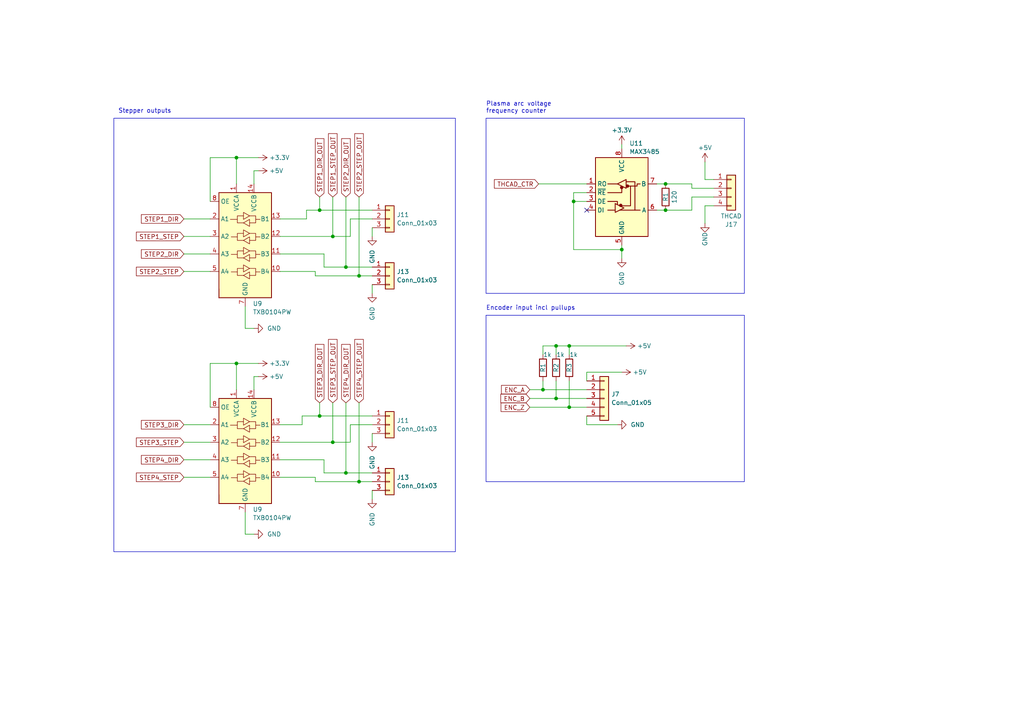
<source format=kicad_sch>
(kicad_sch (version 20230121) (generator eeschema)

  (uuid 39cfbc0c-42ba-4187-8636-700b6ca8f3da)

  (paper "A4")

  (title_block
    (title "MetalMusings EaserCAT 3000")
  )

  (lib_symbols
    (symbol "Connector_Generic:Conn_01x03" (pin_names (offset 1.016) hide) (in_bom yes) (on_board yes)
      (property "Reference" "J" (at 0 5.08 0)
        (effects (font (size 1.27 1.27)))
      )
      (property "Value" "Conn_01x03" (at 0 -5.08 0)
        (effects (font (size 1.27 1.27)))
      )
      (property "Footprint" "" (at 0 0 0)
        (effects (font (size 1.27 1.27)) hide)
      )
      (property "Datasheet" "~" (at 0 0 0)
        (effects (font (size 1.27 1.27)) hide)
      )
      (property "ki_keywords" "connector" (at 0 0 0)
        (effects (font (size 1.27 1.27)) hide)
      )
      (property "ki_description" "Generic connector, single row, 01x03, script generated (kicad-library-utils/schlib/autogen/connector/)" (at 0 0 0)
        (effects (font (size 1.27 1.27)) hide)
      )
      (property "ki_fp_filters" "Connector*:*_1x??_*" (at 0 0 0)
        (effects (font (size 1.27 1.27)) hide)
      )
      (symbol "Conn_01x03_1_1"
        (rectangle (start -1.27 -2.413) (end 0 -2.667)
          (stroke (width 0.1524) (type default))
          (fill (type none))
        )
        (rectangle (start -1.27 0.127) (end 0 -0.127)
          (stroke (width 0.1524) (type default))
          (fill (type none))
        )
        (rectangle (start -1.27 2.667) (end 0 2.413)
          (stroke (width 0.1524) (type default))
          (fill (type none))
        )
        (rectangle (start -1.27 3.81) (end 1.27 -3.81)
          (stroke (width 0.254) (type default))
          (fill (type background))
        )
        (pin passive line (at -5.08 2.54 0) (length 3.81)
          (name "Pin_1" (effects (font (size 1.27 1.27))))
          (number "1" (effects (font (size 1.27 1.27))))
        )
        (pin passive line (at -5.08 0 0) (length 3.81)
          (name "Pin_2" (effects (font (size 1.27 1.27))))
          (number "2" (effects (font (size 1.27 1.27))))
        )
        (pin passive line (at -5.08 -2.54 0) (length 3.81)
          (name "Pin_3" (effects (font (size 1.27 1.27))))
          (number "3" (effects (font (size 1.27 1.27))))
        )
      )
    )
    (symbol "Connector_Generic:Conn_01x04" (pin_names (offset 1.016) hide) (in_bom yes) (on_board yes)
      (property "Reference" "J" (at 0 5.08 0)
        (effects (font (size 1.27 1.27)))
      )
      (property "Value" "Conn_01x04" (at 0 -7.62 0)
        (effects (font (size 1.27 1.27)))
      )
      (property "Footprint" "" (at 0 0 0)
        (effects (font (size 1.27 1.27)) hide)
      )
      (property "Datasheet" "~" (at 0 0 0)
        (effects (font (size 1.27 1.27)) hide)
      )
      (property "ki_keywords" "connector" (at 0 0 0)
        (effects (font (size 1.27 1.27)) hide)
      )
      (property "ki_description" "Generic connector, single row, 01x04, script generated (kicad-library-utils/schlib/autogen/connector/)" (at 0 0 0)
        (effects (font (size 1.27 1.27)) hide)
      )
      (property "ki_fp_filters" "Connector*:*_1x??_*" (at 0 0 0)
        (effects (font (size 1.27 1.27)) hide)
      )
      (symbol "Conn_01x04_1_1"
        (rectangle (start -1.27 -4.953) (end 0 -5.207)
          (stroke (width 0.1524) (type default))
          (fill (type none))
        )
        (rectangle (start -1.27 -2.413) (end 0 -2.667)
          (stroke (width 0.1524) (type default))
          (fill (type none))
        )
        (rectangle (start -1.27 0.127) (end 0 -0.127)
          (stroke (width 0.1524) (type default))
          (fill (type none))
        )
        (rectangle (start -1.27 2.667) (end 0 2.413)
          (stroke (width 0.1524) (type default))
          (fill (type none))
        )
        (rectangle (start -1.27 3.81) (end 1.27 -6.35)
          (stroke (width 0.254) (type default))
          (fill (type background))
        )
        (pin passive line (at -5.08 2.54 0) (length 3.81)
          (name "Pin_1" (effects (font (size 1.27 1.27))))
          (number "1" (effects (font (size 1.27 1.27))))
        )
        (pin passive line (at -5.08 0 0) (length 3.81)
          (name "Pin_2" (effects (font (size 1.27 1.27))))
          (number "2" (effects (font (size 1.27 1.27))))
        )
        (pin passive line (at -5.08 -2.54 0) (length 3.81)
          (name "Pin_3" (effects (font (size 1.27 1.27))))
          (number "3" (effects (font (size 1.27 1.27))))
        )
        (pin passive line (at -5.08 -5.08 0) (length 3.81)
          (name "Pin_4" (effects (font (size 1.27 1.27))))
          (number "4" (effects (font (size 1.27 1.27))))
        )
      )
    )
    (symbol "Connector_Generic:Conn_01x05" (pin_names (offset 1.016) hide) (in_bom yes) (on_board yes)
      (property "Reference" "J" (at 0 7.62 0)
        (effects (font (size 1.27 1.27)))
      )
      (property "Value" "Conn_01x05" (at 0 -7.62 0)
        (effects (font (size 1.27 1.27)))
      )
      (property "Footprint" "" (at 0 0 0)
        (effects (font (size 1.27 1.27)) hide)
      )
      (property "Datasheet" "~" (at 0 0 0)
        (effects (font (size 1.27 1.27)) hide)
      )
      (property "ki_keywords" "connector" (at 0 0 0)
        (effects (font (size 1.27 1.27)) hide)
      )
      (property "ki_description" "Generic connector, single row, 01x05, script generated (kicad-library-utils/schlib/autogen/connector/)" (at 0 0 0)
        (effects (font (size 1.27 1.27)) hide)
      )
      (property "ki_fp_filters" "Connector*:*_1x??_*" (at 0 0 0)
        (effects (font (size 1.27 1.27)) hide)
      )
      (symbol "Conn_01x05_1_1"
        (rectangle (start -1.27 -4.953) (end 0 -5.207)
          (stroke (width 0.1524) (type default))
          (fill (type none))
        )
        (rectangle (start -1.27 -2.413) (end 0 -2.667)
          (stroke (width 0.1524) (type default))
          (fill (type none))
        )
        (rectangle (start -1.27 0.127) (end 0 -0.127)
          (stroke (width 0.1524) (type default))
          (fill (type none))
        )
        (rectangle (start -1.27 2.667) (end 0 2.413)
          (stroke (width 0.1524) (type default))
          (fill (type none))
        )
        (rectangle (start -1.27 5.207) (end 0 4.953)
          (stroke (width 0.1524) (type default))
          (fill (type none))
        )
        (rectangle (start -1.27 6.35) (end 1.27 -6.35)
          (stroke (width 0.254) (type default))
          (fill (type background))
        )
        (pin passive line (at -5.08 5.08 0) (length 3.81)
          (name "Pin_1" (effects (font (size 1.27 1.27))))
          (number "1" (effects (font (size 1.27 1.27))))
        )
        (pin passive line (at -5.08 2.54 0) (length 3.81)
          (name "Pin_2" (effects (font (size 1.27 1.27))))
          (number "2" (effects (font (size 1.27 1.27))))
        )
        (pin passive line (at -5.08 0 0) (length 3.81)
          (name "Pin_3" (effects (font (size 1.27 1.27))))
          (number "3" (effects (font (size 1.27 1.27))))
        )
        (pin passive line (at -5.08 -2.54 0) (length 3.81)
          (name "Pin_4" (effects (font (size 1.27 1.27))))
          (number "4" (effects (font (size 1.27 1.27))))
        )
        (pin passive line (at -5.08 -5.08 0) (length 3.81)
          (name "Pin_5" (effects (font (size 1.27 1.27))))
          (number "5" (effects (font (size 1.27 1.27))))
        )
      )
    )
    (symbol "Device:R" (pin_numbers hide) (pin_names (offset 0)) (in_bom yes) (on_board yes)
      (property "Reference" "R" (at 2.032 0 90)
        (effects (font (size 1.27 1.27)))
      )
      (property "Value" "R" (at 0 0 90)
        (effects (font (size 1.27 1.27)))
      )
      (property "Footprint" "" (at -1.778 0 90)
        (effects (font (size 1.27 1.27)) hide)
      )
      (property "Datasheet" "~" (at 0 0 0)
        (effects (font (size 1.27 1.27)) hide)
      )
      (property "ki_keywords" "R res resistor" (at 0 0 0)
        (effects (font (size 1.27 1.27)) hide)
      )
      (property "ki_description" "Resistor" (at 0 0 0)
        (effects (font (size 1.27 1.27)) hide)
      )
      (property "ki_fp_filters" "R_*" (at 0 0 0)
        (effects (font (size 1.27 1.27)) hide)
      )
      (symbol "R_0_1"
        (rectangle (start -1.016 -2.54) (end 1.016 2.54)
          (stroke (width 0.254) (type default))
          (fill (type none))
        )
      )
      (symbol "R_1_1"
        (pin passive line (at 0 3.81 270) (length 1.27)
          (name "~" (effects (font (size 1.27 1.27))))
          (number "1" (effects (font (size 1.27 1.27))))
        )
        (pin passive line (at 0 -3.81 90) (length 1.27)
          (name "~" (effects (font (size 1.27 1.27))))
          (number "2" (effects (font (size 1.27 1.27))))
        )
      )
    )
    (symbol "Interface_UART:MAX3485" (in_bom yes) (on_board yes)
      (property "Reference" "U" (at -6.096 11.43 0)
        (effects (font (size 1.27 1.27)))
      )
      (property "Value" "MAX3485" (at 0.762 11.43 0)
        (effects (font (size 1.27 1.27)) (justify left))
      )
      (property "Footprint" "" (at 0 -17.78 0)
        (effects (font (size 1.27 1.27)) hide)
      )
      (property "Datasheet" "https://datasheets.maximintegrated.com/en/ds/MAX3483-MAX3491.pdf" (at 0 1.27 0)
        (effects (font (size 1.27 1.27)) hide)
      )
      (property "ki_keywords" "RS-485 RS-422 UART line-driver transceiver" (at 0 0 0)
        (effects (font (size 1.27 1.27)) hide)
      )
      (property "ki_description" "True RS-485/RS-422, 10Mbps, Slew-Rate Limited, with low-power shutdown, with receiver/driver enable, 32 receiver drive capacitity, DIP-8 and SOIC-8" (at 0 0 0)
        (effects (font (size 1.27 1.27)) hide)
      )
      (property "ki_fp_filters" "DIP*W7.62mm* SOIC*3.9x4.9mm*P1.27mm*" (at 0 0 0)
        (effects (font (size 1.27 1.27)) hide)
      )
      (symbol "MAX3485_0_1"
        (rectangle (start -7.62 10.16) (end 7.62 -12.7)
          (stroke (width 0.254) (type default))
          (fill (type background))
        )
        (circle (center -0.3048 -3.683) (radius 0.3556)
          (stroke (width 0.254) (type default))
          (fill (type outline))
        )
        (circle (center -0.0254 1.4986) (radius 0.3556)
          (stroke (width 0.254) (type default))
          (fill (type outline))
        )
        (polyline
          (pts
            (xy -4.064 -5.08)
            (xy -1.905 -5.08)
          )
          (stroke (width 0.254) (type default))
          (fill (type none))
        )
        (polyline
          (pts
            (xy -4.064 2.54)
            (xy -1.27 2.54)
          )
          (stroke (width 0.254) (type default))
          (fill (type none))
        )
        (polyline
          (pts
            (xy -1.27 -3.2004)
            (xy -1.27 -3.4544)
          )
          (stroke (width 0.254) (type default))
          (fill (type none))
        )
        (polyline
          (pts
            (xy -0.635 -5.08)
            (xy 5.334 -5.08)
          )
          (stroke (width 0.254) (type default))
          (fill (type none))
        )
        (polyline
          (pts
            (xy -4.064 -2.54)
            (xy -1.27 -2.54)
            (xy -1.27 -3.175)
          )
          (stroke (width 0.254) (type default))
          (fill (type none))
        )
        (polyline
          (pts
            (xy 0 1.27)
            (xy 0 0)
            (xy -4.064 0)
          )
          (stroke (width 0.254) (type default))
          (fill (type none))
        )
        (polyline
          (pts
            (xy 1.27 3.175)
            (xy 3.81 3.175)
            (xy 3.81 -5.08)
          )
          (stroke (width 0.254) (type default))
          (fill (type none))
        )
        (polyline
          (pts
            (xy 2.54 1.905)
            (xy 2.54 -3.81)
            (xy 0 -3.81)
          )
          (stroke (width 0.254) (type default))
          (fill (type none))
        )
        (polyline
          (pts
            (xy -1.905 -3.175)
            (xy -1.905 -5.715)
            (xy 0.635 -4.445)
            (xy -1.905 -3.175)
          )
          (stroke (width 0.254) (type default))
          (fill (type none))
        )
        (polyline
          (pts
            (xy -1.27 2.54)
            (xy 1.27 3.81)
            (xy 1.27 1.27)
            (xy -1.27 2.54)
          )
          (stroke (width 0.254) (type default))
          (fill (type none))
        )
        (polyline
          (pts
            (xy 1.905 1.905)
            (xy 4.445 1.905)
            (xy 4.445 2.54)
            (xy 5.334 2.54)
          )
          (stroke (width 0.254) (type default))
          (fill (type none))
        )
        (rectangle (start 1.27 3.175) (end 1.27 3.175)
          (stroke (width 0) (type default))
          (fill (type none))
        )
        (circle (center 1.651 1.905) (radius 0.3556)
          (stroke (width 0.254) (type default))
          (fill (type outline))
        )
      )
      (symbol "MAX3485_1_1"
        (pin output line (at -10.16 2.54 0) (length 2.54)
          (name "RO" (effects (font (size 1.27 1.27))))
          (number "1" (effects (font (size 1.27 1.27))))
        )
        (pin input line (at -10.16 0 0) (length 2.54)
          (name "~{RE}" (effects (font (size 1.27 1.27))))
          (number "2" (effects (font (size 1.27 1.27))))
        )
        (pin input line (at -10.16 -2.54 0) (length 2.54)
          (name "DE" (effects (font (size 1.27 1.27))))
          (number "3" (effects (font (size 1.27 1.27))))
        )
        (pin input line (at -10.16 -5.08 0) (length 2.54)
          (name "DI" (effects (font (size 1.27 1.27))))
          (number "4" (effects (font (size 1.27 1.27))))
        )
        (pin power_in line (at 0 -15.24 90) (length 2.54)
          (name "GND" (effects (font (size 1.27 1.27))))
          (number "5" (effects (font (size 1.27 1.27))))
        )
        (pin bidirectional line (at 10.16 -5.08 180) (length 2.54)
          (name "A" (effects (font (size 1.27 1.27))))
          (number "6" (effects (font (size 1.27 1.27))))
        )
        (pin bidirectional line (at 10.16 2.54 180) (length 2.54)
          (name "B" (effects (font (size 1.27 1.27))))
          (number "7" (effects (font (size 1.27 1.27))))
        )
        (pin power_in line (at 0 12.7 270) (length 2.54)
          (name "VCC" (effects (font (size 1.27 1.27))))
          (number "8" (effects (font (size 1.27 1.27))))
        )
      )
    )
    (symbol "Logic_LevelTranslator:TXB0104PW" (in_bom yes) (on_board yes)
      (property "Reference" "U" (at -6.35 16.51 0)
        (effects (font (size 1.27 1.27)))
      )
      (property "Value" "TXB0104PW" (at 3.81 16.51 0)
        (effects (font (size 1.27 1.27)) (justify left))
      )
      (property "Footprint" "Package_SO:TSSOP-14_4.4x5mm_P0.65mm" (at 0 -19.05 0)
        (effects (font (size 1.27 1.27)) hide)
      )
      (property "Datasheet" "http://www.ti.com/lit/ds/symlink/txb0104.pdf" (at 2.794 2.413 0)
        (effects (font (size 1.27 1.27)) hide)
      )
      (property "ki_keywords" "Level-Shifter CMOS-TTL-Translation" (at 0 0 0)
        (effects (font (size 1.27 1.27)) hide)
      )
      (property "ki_description" "4-Bit Bidirectional Voltage-Level Translator, Auto Direction Sensing and ±15-kV ESD Protection, 1.2 - 3.6V APort, 1.65 - 5.5V BPort, TSSOP-14" (at 0 0 0)
        (effects (font (size 1.27 1.27)) hide)
      )
      (property "ki_fp_filters" "TSSOP*14*5mm*P0.65mm*" (at 0 0 0)
        (effects (font (size 1.27 1.27)) hide)
      )
      (symbol "TXB0104PW_0_1"
        (rectangle (start -7.62 -15.24) (end -7.62 -12.7)
          (stroke (width 0.254) (type default))
          (fill (type none))
        )
        (rectangle (start -7.62 15.24) (end 7.62 -15.24)
          (stroke (width 0.254) (type default))
          (fill (type background))
        )
        (polyline
          (pts
            (xy -2.286 -7.747)
            (xy -2.286 -6.731)
            (xy -0.508 -6.731)
          )
          (stroke (width 0) (type default))
          (fill (type none))
        )
        (polyline
          (pts
            (xy -2.286 -2.667)
            (xy -2.286 -1.651)
            (xy -0.508 -1.651)
          )
          (stroke (width 0) (type default))
          (fill (type none))
        )
        (polyline
          (pts
            (xy -2.286 2.413)
            (xy -2.286 3.429)
            (xy -0.508 3.429)
          )
          (stroke (width 0) (type default))
          (fill (type none))
        )
        (polyline
          (pts
            (xy -2.286 7.493)
            (xy -2.286 8.509)
            (xy -0.508 8.509)
          )
          (stroke (width 0) (type default))
          (fill (type none))
        )
        (polyline
          (pts
            (xy 3.048 -7.747)
            (xy 3.048 -8.763)
            (xy 1.27 -8.763)
          )
          (stroke (width 0) (type default))
          (fill (type none))
        )
        (polyline
          (pts
            (xy 3.048 -2.667)
            (xy 3.048 -3.683)
            (xy 1.27 -3.683)
          )
          (stroke (width 0) (type default))
          (fill (type none))
        )
        (polyline
          (pts
            (xy 3.048 2.413)
            (xy 3.048 1.397)
            (xy 1.27 1.397)
          )
          (stroke (width 0) (type default))
          (fill (type none))
        )
        (polyline
          (pts
            (xy 3.048 7.493)
            (xy 3.048 6.477)
            (xy 1.27 6.477)
          )
          (stroke (width 0) (type default))
          (fill (type none))
        )
        (polyline
          (pts
            (xy -0.508 -8.763)
            (xy -2.286 -8.763)
            (xy -2.286 -7.747)
            (xy -4.064 -7.747)
          )
          (stroke (width 0) (type default))
          (fill (type none))
        )
        (polyline
          (pts
            (xy -0.508 -8.763)
            (xy 1.27 -7.747)
            (xy 1.27 -9.779)
            (xy -0.508 -8.763)
          )
          (stroke (width 0) (type default))
          (fill (type none))
        )
        (polyline
          (pts
            (xy -0.508 -3.683)
            (xy -2.286 -3.683)
            (xy -2.286 -2.667)
            (xy -4.064 -2.667)
          )
          (stroke (width 0) (type default))
          (fill (type none))
        )
        (polyline
          (pts
            (xy -0.508 -3.683)
            (xy 1.27 -2.667)
            (xy 1.27 -4.699)
            (xy -0.508 -3.683)
          )
          (stroke (width 0) (type default))
          (fill (type none))
        )
        (polyline
          (pts
            (xy -0.508 1.397)
            (xy -2.286 1.397)
            (xy -2.286 2.413)
            (xy -4.064 2.413)
          )
          (stroke (width 0) (type default))
          (fill (type none))
        )
        (polyline
          (pts
            (xy -0.508 1.397)
            (xy 1.27 2.413)
            (xy 1.27 0.381)
            (xy -0.508 1.397)
          )
          (stroke (width 0) (type default))
          (fill (type none))
        )
        (polyline
          (pts
            (xy -0.508 6.477)
            (xy -2.286 6.477)
            (xy -2.286 7.493)
            (xy -4.318 7.493)
          )
          (stroke (width 0) (type default))
          (fill (type none))
        )
        (polyline
          (pts
            (xy -0.508 6.477)
            (xy 1.27 7.493)
            (xy 1.27 5.461)
            (xy -0.508 6.477)
          )
          (stroke (width 0) (type default))
          (fill (type none))
        )
        (polyline
          (pts
            (xy 1.27 -6.731)
            (xy -0.508 -7.747)
            (xy -0.508 -5.715)
            (xy 1.27 -6.731)
          )
          (stroke (width 0) (type default))
          (fill (type none))
        )
        (polyline
          (pts
            (xy 1.27 -6.731)
            (xy 3.048 -6.731)
            (xy 3.048 -7.747)
            (xy 4.318 -7.747)
          )
          (stroke (width 0) (type default))
          (fill (type none))
        )
        (polyline
          (pts
            (xy 1.27 -1.651)
            (xy -0.508 -2.667)
            (xy -0.508 -0.635)
            (xy 1.27 -1.651)
          )
          (stroke (width 0) (type default))
          (fill (type none))
        )
        (polyline
          (pts
            (xy 1.27 -1.651)
            (xy 3.048 -1.651)
            (xy 3.048 -2.667)
            (xy 4.318 -2.667)
          )
          (stroke (width 0) (type default))
          (fill (type none))
        )
        (polyline
          (pts
            (xy 1.27 3.429)
            (xy -0.508 2.413)
            (xy -0.508 4.445)
            (xy 1.27 3.429)
          )
          (stroke (width 0) (type default))
          (fill (type none))
        )
        (polyline
          (pts
            (xy 1.27 3.429)
            (xy 3.048 3.429)
            (xy 3.048 2.413)
            (xy 4.318 2.413)
          )
          (stroke (width 0) (type default))
          (fill (type none))
        )
        (polyline
          (pts
            (xy 1.27 8.509)
            (xy -0.508 7.493)
            (xy -0.508 9.525)
            (xy 1.27 8.509)
          )
          (stroke (width 0) (type default))
          (fill (type none))
        )
        (polyline
          (pts
            (xy 1.27 8.509)
            (xy 3.048 8.509)
            (xy 3.048 7.493)
            (xy 4.318 7.493)
          )
          (stroke (width 0) (type default))
          (fill (type none))
        )
      )
      (symbol "TXB0104PW_1_1"
        (pin power_in line (at -2.54 17.78 270) (length 2.54)
          (name "VCCA" (effects (font (size 1.27 1.27))))
          (number "1" (effects (font (size 1.27 1.27))))
        )
        (pin bidirectional line (at 10.16 -7.62 180) (length 2.54)
          (name "B4" (effects (font (size 1.27 1.27))))
          (number "10" (effects (font (size 1.27 1.27))))
        )
        (pin bidirectional line (at 10.16 -2.54 180) (length 2.54)
          (name "B3" (effects (font (size 1.27 1.27))))
          (number "11" (effects (font (size 1.27 1.27))))
        )
        (pin bidirectional line (at 10.16 2.54 180) (length 2.54)
          (name "B2" (effects (font (size 1.27 1.27))))
          (number "12" (effects (font (size 1.27 1.27))))
        )
        (pin bidirectional line (at 10.16 7.62 180) (length 2.54)
          (name "B1" (effects (font (size 1.27 1.27))))
          (number "13" (effects (font (size 1.27 1.27))))
        )
        (pin power_in line (at 2.54 17.78 270) (length 2.54)
          (name "VCCB" (effects (font (size 1.27 1.27))))
          (number "14" (effects (font (size 1.27 1.27))))
        )
        (pin bidirectional line (at -10.16 7.62 0) (length 2.54)
          (name "A1" (effects (font (size 1.27 1.27))))
          (number "2" (effects (font (size 1.27 1.27))))
        )
        (pin bidirectional line (at -10.16 2.54 0) (length 2.54)
          (name "A2" (effects (font (size 1.27 1.27))))
          (number "3" (effects (font (size 1.27 1.27))))
        )
        (pin bidirectional line (at -10.16 -2.54 0) (length 2.54)
          (name "A3" (effects (font (size 1.27 1.27))))
          (number "4" (effects (font (size 1.27 1.27))))
        )
        (pin bidirectional line (at -10.16 -7.62 0) (length 2.54)
          (name "A4" (effects (font (size 1.27 1.27))))
          (number "5" (effects (font (size 1.27 1.27))))
        )
        (pin no_connect line (at -7.62 -12.7 0) (length 2.54) hide
          (name "NC" (effects (font (size 1.27 1.27))))
          (number "6" (effects (font (size 1.27 1.27))))
        )
        (pin power_in line (at 0 -17.78 90) (length 2.54)
          (name "GND" (effects (font (size 1.27 1.27))))
          (number "7" (effects (font (size 1.27 1.27))))
        )
        (pin input line (at -10.16 12.7 0) (length 2.54)
          (name "OE" (effects (font (size 1.27 1.27))))
          (number "8" (effects (font (size 1.27 1.27))))
        )
        (pin no_connect line (at 7.62 -12.7 180) (length 2.54) hide
          (name "NC" (effects (font (size 1.27 1.27))))
          (number "9" (effects (font (size 1.27 1.27))))
        )
      )
    )
    (symbol "power:+3.3V" (power) (pin_names (offset 0)) (in_bom yes) (on_board yes)
      (property "Reference" "#PWR" (at 0 -3.81 0)
        (effects (font (size 1.27 1.27)) hide)
      )
      (property "Value" "+3.3V" (at 0 3.556 0)
        (effects (font (size 1.27 1.27)))
      )
      (property "Footprint" "" (at 0 0 0)
        (effects (font (size 1.27 1.27)) hide)
      )
      (property "Datasheet" "" (at 0 0 0)
        (effects (font (size 1.27 1.27)) hide)
      )
      (property "ki_keywords" "global power" (at 0 0 0)
        (effects (font (size 1.27 1.27)) hide)
      )
      (property "ki_description" "Power symbol creates a global label with name \"+3.3V\"" (at 0 0 0)
        (effects (font (size 1.27 1.27)) hide)
      )
      (symbol "+3.3V_0_1"
        (polyline
          (pts
            (xy -0.762 1.27)
            (xy 0 2.54)
          )
          (stroke (width 0) (type default))
          (fill (type none))
        )
        (polyline
          (pts
            (xy 0 0)
            (xy 0 2.54)
          )
          (stroke (width 0) (type default))
          (fill (type none))
        )
        (polyline
          (pts
            (xy 0 2.54)
            (xy 0.762 1.27)
          )
          (stroke (width 0) (type default))
          (fill (type none))
        )
      )
      (symbol "+3.3V_1_1"
        (pin power_in line (at 0 0 90) (length 0) hide
          (name "+3.3V" (effects (font (size 1.27 1.27))))
          (number "1" (effects (font (size 1.27 1.27))))
        )
      )
    )
    (symbol "power:+5V" (power) (pin_names (offset 0)) (in_bom yes) (on_board yes)
      (property "Reference" "#PWR" (at 0 -3.81 0)
        (effects (font (size 1.27 1.27)) hide)
      )
      (property "Value" "+5V" (at 0 3.556 0)
        (effects (font (size 1.27 1.27)))
      )
      (property "Footprint" "" (at 0 0 0)
        (effects (font (size 1.27 1.27)) hide)
      )
      (property "Datasheet" "" (at 0 0 0)
        (effects (font (size 1.27 1.27)) hide)
      )
      (property "ki_keywords" "global power" (at 0 0 0)
        (effects (font (size 1.27 1.27)) hide)
      )
      (property "ki_description" "Power symbol creates a global label with name \"+5V\"" (at 0 0 0)
        (effects (font (size 1.27 1.27)) hide)
      )
      (symbol "+5V_0_1"
        (polyline
          (pts
            (xy -0.762 1.27)
            (xy 0 2.54)
          )
          (stroke (width 0) (type default))
          (fill (type none))
        )
        (polyline
          (pts
            (xy 0 0)
            (xy 0 2.54)
          )
          (stroke (width 0) (type default))
          (fill (type none))
        )
        (polyline
          (pts
            (xy 0 2.54)
            (xy 0.762 1.27)
          )
          (stroke (width 0) (type default))
          (fill (type none))
        )
      )
      (symbol "+5V_1_1"
        (pin power_in line (at 0 0 90) (length 0) hide
          (name "+5V" (effects (font (size 1.27 1.27))))
          (number "1" (effects (font (size 1.27 1.27))))
        )
      )
    )
    (symbol "power:GND" (power) (pin_names (offset 0)) (in_bom yes) (on_board yes)
      (property "Reference" "#PWR" (at 0 -6.35 0)
        (effects (font (size 1.27 1.27)) hide)
      )
      (property "Value" "GND" (at 0 -3.81 0)
        (effects (font (size 1.27 1.27)))
      )
      (property "Footprint" "" (at 0 0 0)
        (effects (font (size 1.27 1.27)) hide)
      )
      (property "Datasheet" "" (at 0 0 0)
        (effects (font (size 1.27 1.27)) hide)
      )
      (property "ki_keywords" "global power" (at 0 0 0)
        (effects (font (size 1.27 1.27)) hide)
      )
      (property "ki_description" "Power symbol creates a global label with name \"GND\" , ground" (at 0 0 0)
        (effects (font (size 1.27 1.27)) hide)
      )
      (symbol "GND_0_1"
        (polyline
          (pts
            (xy 0 0)
            (xy 0 -1.27)
            (xy 1.27 -1.27)
            (xy 0 -2.54)
            (xy -1.27 -1.27)
            (xy 0 -1.27)
          )
          (stroke (width 0) (type default))
          (fill (type none))
        )
      )
      (symbol "GND_1_1"
        (pin power_in line (at 0 0 270) (length 0) hide
          (name "GND" (effects (font (size 1.27 1.27))))
          (number "1" (effects (font (size 1.27 1.27))))
        )
      )
    )
  )

  (junction (at 104.14 139.7) (diameter 0) (color 0 0 0 0)
    (uuid 0e721998-893c-4dce-965f-728192032f75)
  )
  (junction (at 92.71 120.65) (diameter 0) (color 0 0 0 0)
    (uuid 21afe228-40b2-494b-9004-a13a672b2f98)
  )
  (junction (at 180.34 72.39) (diameter 0) (color 0 0 0 0)
    (uuid 37ed323d-92c7-4614-8bc4-d7359e3692c9)
  )
  (junction (at 104.14 80.01) (diameter 0) (color 0 0 0 0)
    (uuid 68069d8b-22c7-4378-8ad3-0fb4cb13f855)
  )
  (junction (at 165.1 100.33) (diameter 0) (color 0 0 0 0)
    (uuid 683d9ab9-e1cb-47bd-9d28-2fb2e97c4118)
  )
  (junction (at 161.29 115.57) (diameter 0) (color 0 0 0 0)
    (uuid 6e1ace0d-16b0-40e5-8264-e1c3817e4e6d)
  )
  (junction (at 68.58 45.72) (diameter 0) (color 0 0 0 0)
    (uuid 745e3e50-7dbd-49bd-ba57-85bae1fd0fac)
  )
  (junction (at 193.04 60.96) (diameter 0) (color 0 0 0 0)
    (uuid 76685157-e1d7-4504-815b-8e1e0347929f)
  )
  (junction (at 96.52 128.27) (diameter 0) (color 0 0 0 0)
    (uuid 79b3c81e-a35e-44b0-9628-d8c2f351efc8)
  )
  (junction (at 165.1 118.11) (diameter 0) (color 0 0 0 0)
    (uuid 84b2ca66-6f83-47cf-a342-96a42b1f0948)
  )
  (junction (at 96.52 68.58) (diameter 0) (color 0 0 0 0)
    (uuid 8cc57f72-e18d-4919-96ed-c8f17ae74324)
  )
  (junction (at 68.58 105.41) (diameter 0) (color 0 0 0 0)
    (uuid 8fc29f69-6b55-4ead-8136-0f330052924d)
  )
  (junction (at 166.37 58.42) (diameter 0) (color 0 0 0 0)
    (uuid 9750e5b1-6a68-43b1-b199-b68a8f0a5bc1)
  )
  (junction (at 161.29 100.33) (diameter 0) (color 0 0 0 0)
    (uuid a719d543-3cd0-4160-a022-0882e04d1c7e)
  )
  (junction (at 100.33 137.16) (diameter 0) (color 0 0 0 0)
    (uuid aa87c021-6bfc-4344-8102-e1b7d058ac5d)
  )
  (junction (at 193.04 53.34) (diameter 0) (color 0 0 0 0)
    (uuid af0394df-e48d-457c-884f-ffd856979ade)
  )
  (junction (at 100.33 77.47) (diameter 0) (color 0 0 0 0)
    (uuid cdaa2af4-6596-4df0-b7b9-21b0136e042f)
  )
  (junction (at 157.48 113.03) (diameter 0) (color 0 0 0 0)
    (uuid ea972e4e-c0af-4e8d-a77c-c97c2f13d033)
  )
  (junction (at 92.71 60.96) (diameter 0) (color 0 0 0 0)
    (uuid feb8b4fd-6ed1-41d6-b09e-7fe343575411)
  )

  (no_connect (at 170.18 60.96) (uuid b55a0831-1f80-4e60-afe5-fbeb09b31fb3))

  (wire (pts (xy 204.47 52.07) (xy 204.47 46.99))
    (stroke (width 0) (type default))
    (uuid 00af1383-82d5-4f44-9bd5-4f00ebe62789)
  )
  (wire (pts (xy 81.28 128.27) (xy 96.52 128.27))
    (stroke (width 0) (type default))
    (uuid 022b3f63-ff33-415d-8f8e-e91d454c2082)
  )
  (wire (pts (xy 93.98 137.16) (xy 93.98 133.35))
    (stroke (width 0) (type default))
    (uuid 039574c2-165e-42ea-adec-45936246a3ae)
  )
  (wire (pts (xy 101.6 128.27) (xy 101.6 123.19))
    (stroke (width 0) (type default))
    (uuid 043d3d54-e00a-4fe3-817d-ee88809e8647)
  )
  (wire (pts (xy 53.34 68.58) (xy 60.96 68.58))
    (stroke (width 0) (type default))
    (uuid 0483916f-ad06-494e-abf3-32c2b3012143)
  )
  (wire (pts (xy 170.18 123.19) (xy 170.18 120.65))
    (stroke (width 0) (type default))
    (uuid 07465d76-73cb-47cf-85b0-a212eeb4c245)
  )
  (wire (pts (xy 53.34 123.19) (xy 60.96 123.19))
    (stroke (width 0) (type default))
    (uuid 0762e0f7-d485-4359-81af-952410a01e73)
  )
  (wire (pts (xy 104.14 116.84) (xy 104.14 139.7))
    (stroke (width 0) (type default))
    (uuid 078ce940-0e71-4c96-87a0-fbeb4d632f86)
  )
  (wire (pts (xy 107.95 82.55) (xy 107.95 85.09))
    (stroke (width 0) (type default))
    (uuid 08028f6c-a86e-4b63-9431-eeac0576cf6e)
  )
  (wire (pts (xy 200.66 57.15) (xy 207.01 57.15))
    (stroke (width 0) (type default))
    (uuid 08fed954-f2cf-45a8-93c5-52d04333503a)
  )
  (wire (pts (xy 87.63 120.65) (xy 87.63 123.19))
    (stroke (width 0) (type default))
    (uuid 0bbc94eb-ba76-42f5-ab36-c4927b41901a)
  )
  (wire (pts (xy 91.44 139.7) (xy 104.14 139.7))
    (stroke (width 0) (type default))
    (uuid 0c65370c-3f9e-4f75-957a-4e592f662f1e)
  )
  (wire (pts (xy 161.29 100.33) (xy 165.1 100.33))
    (stroke (width 0) (type default))
    (uuid 0e8887a4-427f-4e39-bddc-e08029e86fc7)
  )
  (wire (pts (xy 91.44 78.74) (xy 91.44 80.01))
    (stroke (width 0) (type default))
    (uuid 0fe48177-76c6-48fe-9f91-ed78f4053ce3)
  )
  (wire (pts (xy 200.66 53.34) (xy 200.66 54.61))
    (stroke (width 0) (type default))
    (uuid 1087bd07-2fbc-4edf-86ca-c7387ed4763a)
  )
  (wire (pts (xy 200.66 57.15) (xy 200.66 60.96))
    (stroke (width 0) (type default))
    (uuid 1165c426-1c99-4aea-8b41-082f9356dd3d)
  )
  (wire (pts (xy 161.29 110.49) (xy 161.29 115.57))
    (stroke (width 0) (type default))
    (uuid 14f4e99a-f84b-4589-ac22-66b0b2ca9c99)
  )
  (wire (pts (xy 53.34 73.66) (xy 60.96 73.66))
    (stroke (width 0) (type default))
    (uuid 1595daf5-fa76-4a02-9419-416091d5decd)
  )
  (wire (pts (xy 100.33 116.84) (xy 100.33 137.16))
    (stroke (width 0) (type default))
    (uuid 173e5b1a-3adc-4184-b830-1250007e23a2)
  )
  (wire (pts (xy 157.48 110.49) (xy 157.48 113.03))
    (stroke (width 0) (type default))
    (uuid 1765b6ab-a3d1-422e-a173-3e2c01e5e4e5)
  )
  (wire (pts (xy 87.63 120.65) (xy 92.71 120.65))
    (stroke (width 0) (type default))
    (uuid 1e1ba85e-9259-489f-b805-ea8376b32346)
  )
  (wire (pts (xy 73.66 95.25) (xy 71.12 95.25))
    (stroke (width 0) (type default))
    (uuid 21329f6a-a580-4324-b449-86cabcac310b)
  )
  (wire (pts (xy 81.28 68.58) (xy 96.52 68.58))
    (stroke (width 0) (type default))
    (uuid 2940e15e-c8c2-49c3-ac1f-5b697cba2677)
  )
  (wire (pts (xy 81.28 78.74) (xy 91.44 78.74))
    (stroke (width 0) (type default))
    (uuid 296930d2-8f6f-488a-bc06-891d88d8ffb3)
  )
  (wire (pts (xy 180.34 72.39) (xy 180.34 74.93))
    (stroke (width 0) (type default))
    (uuid 29765ee6-86bc-4065-8694-08441f6c1b80)
  )
  (wire (pts (xy 92.71 120.65) (xy 107.95 120.65))
    (stroke (width 0) (type default))
    (uuid 2c067d49-36a7-44f4-9e39-140f4adc3464)
  )
  (wire (pts (xy 91.44 138.43) (xy 91.44 139.7))
    (stroke (width 0) (type default))
    (uuid 2e0ac4b5-218c-4967-947a-134bdc4b333c)
  )
  (wire (pts (xy 161.29 115.57) (xy 153.67 115.57))
    (stroke (width 0) (type default))
    (uuid 346a236b-d427-4af1-86b5-0caac3e862f5)
  )
  (wire (pts (xy 96.52 116.84) (xy 96.52 128.27))
    (stroke (width 0) (type default))
    (uuid 37828781-0af7-4b77-b426-1696be3d4736)
  )
  (wire (pts (xy 165.1 100.33) (xy 165.1 102.87))
    (stroke (width 0) (type default))
    (uuid 3891e985-b769-492a-b151-43bf81c93efa)
  )
  (wire (pts (xy 92.71 116.84) (xy 92.71 120.65))
    (stroke (width 0) (type default))
    (uuid 3955a344-e1ff-404a-acab-0570e07bb0a1)
  )
  (wire (pts (xy 156.21 53.34) (xy 170.18 53.34))
    (stroke (width 0) (type default))
    (uuid 3c67e0ed-3207-4832-b775-34aded55f1a5)
  )
  (wire (pts (xy 74.93 105.41) (xy 68.58 105.41))
    (stroke (width 0) (type default))
    (uuid 3d7a06e9-8829-417b-be94-63f28eb2fd9b)
  )
  (wire (pts (xy 93.98 77.47) (xy 93.98 73.66))
    (stroke (width 0) (type default))
    (uuid 3de85d8a-4197-4451-b0ee-911308e4bc04)
  )
  (wire (pts (xy 53.34 128.27) (xy 60.96 128.27))
    (stroke (width 0) (type default))
    (uuid 3fe8ea25-31b0-4d2f-b0f8-c5658374df47)
  )
  (wire (pts (xy 100.33 77.47) (xy 93.98 77.47))
    (stroke (width 0) (type default))
    (uuid 4487eeb3-5ab9-476a-a83e-11a8368efa08)
  )
  (wire (pts (xy 200.66 54.61) (xy 207.01 54.61))
    (stroke (width 0) (type default))
    (uuid 4a1ac9f3-57c5-4ec7-a1ae-7494a6d3b5d6)
  )
  (wire (pts (xy 74.93 45.72) (xy 68.58 45.72))
    (stroke (width 0) (type default))
    (uuid 4a78d1be-90fe-46e8-a769-be66b52ee969)
  )
  (wire (pts (xy 93.98 73.66) (xy 81.28 73.66))
    (stroke (width 0) (type default))
    (uuid 4c5e0f32-0147-4549-b120-32306e480ca5)
  )
  (wire (pts (xy 68.58 105.41) (xy 60.96 105.41))
    (stroke (width 0) (type default))
    (uuid 54a95eda-e187-441f-b048-114fb8051d0b)
  )
  (wire (pts (xy 165.1 100.33) (xy 181.61 100.33))
    (stroke (width 0) (type default))
    (uuid 5748ac3c-aa40-4338-91cb-09e7f27e32b9)
  )
  (wire (pts (xy 204.47 59.69) (xy 207.01 59.69))
    (stroke (width 0) (type default))
    (uuid 5ee11d42-eb8b-4f67-b43e-628265012120)
  )
  (wire (pts (xy 71.12 95.25) (xy 71.12 88.9))
    (stroke (width 0) (type default))
    (uuid 5f4d22bd-41f0-44fc-a0b6-340fc3fe0324)
  )
  (wire (pts (xy 68.58 45.72) (xy 60.96 45.72))
    (stroke (width 0) (type default))
    (uuid 5fd24010-5817-4ded-af94-dda2f4a3b47f)
  )
  (wire (pts (xy 71.12 154.94) (xy 73.66 154.94))
    (stroke (width 0) (type default))
    (uuid 6030b434-2870-4a73-98e2-d23d5ec9cd29)
  )
  (wire (pts (xy 53.34 63.5) (xy 60.96 63.5))
    (stroke (width 0) (type default))
    (uuid 6521e90b-7839-4f18-8fe1-973415662e99)
  )
  (wire (pts (xy 180.34 72.39) (xy 180.34 71.12))
    (stroke (width 0) (type default))
    (uuid 65e2f924-2e9e-4842-b52b-687fcb487481)
  )
  (wire (pts (xy 107.95 66.04) (xy 107.95 68.58))
    (stroke (width 0) (type default))
    (uuid 667a2758-9545-4543-a319-7f7c2376f1a9)
  )
  (wire (pts (xy 190.5 53.34) (xy 193.04 53.34))
    (stroke (width 0) (type default))
    (uuid 67537ad1-4e2f-4a32-9765-7ba4875fd098)
  )
  (wire (pts (xy 180.34 107.95) (xy 170.18 107.95))
    (stroke (width 0) (type default))
    (uuid 68ae044d-f4b4-461e-a4d4-8aded6fca61e)
  )
  (wire (pts (xy 53.34 138.43) (xy 60.96 138.43))
    (stroke (width 0) (type default))
    (uuid 6edf1c74-7683-4ed2-947a-8174179d9419)
  )
  (wire (pts (xy 166.37 72.39) (xy 180.34 72.39))
    (stroke (width 0) (type default))
    (uuid 701d7392-eb00-49e3-a9b4-2f6cfa660a9f)
  )
  (wire (pts (xy 161.29 100.33) (xy 161.29 102.87))
    (stroke (width 0) (type default))
    (uuid 7240d9a2-cd01-449e-a8d4-b8312f71888b)
  )
  (wire (pts (xy 71.12 154.94) (xy 71.12 148.59))
    (stroke (width 0) (type default))
    (uuid 73c80dc3-1e75-4e27-957f-6b7d918d3246)
  )
  (wire (pts (xy 101.6 63.5) (xy 107.95 63.5))
    (stroke (width 0) (type default))
    (uuid 741bbac1-e4f6-4a7a-981d-f94e05c7f95a)
  )
  (wire (pts (xy 170.18 107.95) (xy 170.18 110.49))
    (stroke (width 0) (type default))
    (uuid 7487b653-b62e-4c0e-a468-027f8168bddd)
  )
  (wire (pts (xy 104.14 80.01) (xy 107.95 80.01))
    (stroke (width 0) (type default))
    (uuid 75fffc53-e75e-4137-a154-881ba0891d90)
  )
  (wire (pts (xy 166.37 55.88) (xy 170.18 55.88))
    (stroke (width 0) (type default))
    (uuid 77cf8b9e-f61b-43bd-966b-ccf86cac9fe0)
  )
  (wire (pts (xy 204.47 52.07) (xy 207.01 52.07))
    (stroke (width 0) (type default))
    (uuid 78c4d81a-8cd7-4204-b127-67d702515bb3)
  )
  (wire (pts (xy 193.04 60.96) (xy 200.66 60.96))
    (stroke (width 0) (type default))
    (uuid 79ce384e-42f7-4583-b45c-c95ccbf35a3b)
  )
  (wire (pts (xy 92.71 60.96) (xy 107.95 60.96))
    (stroke (width 0) (type default))
    (uuid 7ac8c7c5-2472-4724-ada8-cb09f306e062)
  )
  (wire (pts (xy 73.66 109.22) (xy 74.93 109.22))
    (stroke (width 0) (type default))
    (uuid 7ba38daf-38f5-4275-bfd8-38bd5a2c0ac0)
  )
  (wire (pts (xy 93.98 133.35) (xy 81.28 133.35))
    (stroke (width 0) (type default))
    (uuid 801f0c58-9116-4b17-858f-04b5698c3192)
  )
  (wire (pts (xy 157.48 100.33) (xy 161.29 100.33))
    (stroke (width 0) (type default))
    (uuid 82e19398-256d-4a5d-95f6-8d89bb99d114)
  )
  (wire (pts (xy 104.14 139.7) (xy 107.95 139.7))
    (stroke (width 0) (type default))
    (uuid 8624041c-8ded-4587-898c-3c4258093edc)
  )
  (wire (pts (xy 165.1 110.49) (xy 165.1 118.11))
    (stroke (width 0) (type default))
    (uuid 874630da-7c87-493c-8c1f-33ae31cec068)
  )
  (wire (pts (xy 88.9 63.5) (xy 88.9 60.96))
    (stroke (width 0) (type default))
    (uuid 87b77d9c-8edd-43cd-ad33-211ec81dbac6)
  )
  (wire (pts (xy 68.58 45.72) (xy 68.58 53.34))
    (stroke (width 0) (type default))
    (uuid 8afb9b7d-3645-4b36-a688-81b33fd1c91b)
  )
  (wire (pts (xy 73.66 53.34) (xy 73.66 49.53))
    (stroke (width 0) (type default))
    (uuid 90d194bf-2950-4b99-bee7-10cd48f67e06)
  )
  (wire (pts (xy 193.04 53.34) (xy 200.66 53.34))
    (stroke (width 0) (type default))
    (uuid 91882306-e347-4452-8954-3a8d5ff67410)
  )
  (wire (pts (xy 107.95 77.47) (xy 100.33 77.47))
    (stroke (width 0) (type default))
    (uuid 98aa396d-380f-4ccb-9efc-2c7b82e05b9c)
  )
  (wire (pts (xy 81.28 63.5) (xy 88.9 63.5))
    (stroke (width 0) (type default))
    (uuid 9b238250-a01e-447c-99d9-36217f52fbb1)
  )
  (wire (pts (xy 190.5 60.96) (xy 193.04 60.96))
    (stroke (width 0) (type default))
    (uuid 9b895c16-54a7-428f-9102-5c2b51260af6)
  )
  (wire (pts (xy 165.1 118.11) (xy 153.67 118.11))
    (stroke (width 0) (type default))
    (uuid 9ce04e83-12fb-4e42-b9aa-23fb51d4d678)
  )
  (wire (pts (xy 179.07 123.19) (xy 170.18 123.19))
    (stroke (width 0) (type default))
    (uuid 9d78bb40-c999-4193-af4c-de9f9b1e9071)
  )
  (wire (pts (xy 93.98 137.16) (xy 100.33 137.16))
    (stroke (width 0) (type default))
    (uuid 9ff5c325-911f-4141-9696-93846ca8a4aa)
  )
  (wire (pts (xy 96.52 128.27) (xy 101.6 128.27))
    (stroke (width 0) (type default))
    (uuid a23a6a76-5e3c-4e97-8f8c-a958314a95bb)
  )
  (wire (pts (xy 53.34 78.74) (xy 60.96 78.74))
    (stroke (width 0) (type default))
    (uuid a64869e2-b137-4477-8caf-f9231b53a260)
  )
  (wire (pts (xy 161.29 115.57) (xy 170.18 115.57))
    (stroke (width 0) (type default))
    (uuid a8a1cdd0-f2df-4bed-9467-60e1f2ae75a6)
  )
  (wire (pts (xy 100.33 57.15) (xy 100.33 77.47))
    (stroke (width 0) (type default))
    (uuid ab93f39d-436f-49c8-b87c-c5f7f0b52f28)
  )
  (wire (pts (xy 157.48 113.03) (xy 153.67 113.03))
    (stroke (width 0) (type default))
    (uuid adba600e-d6ce-46b2-b8e6-83557370e0c7)
  )
  (wire (pts (xy 96.52 68.58) (xy 101.6 68.58))
    (stroke (width 0) (type default))
    (uuid b258a07a-5a63-4ad6-9b50-b19485c6dd2e)
  )
  (wire (pts (xy 107.95 142.24) (xy 107.95 144.78))
    (stroke (width 0) (type default))
    (uuid b41398e8-bcef-4627-aa66-983167b430bc)
  )
  (wire (pts (xy 91.44 80.01) (xy 104.14 80.01))
    (stroke (width 0) (type default))
    (uuid b536a6ce-f23d-4735-8e45-f90b23941ea8)
  )
  (wire (pts (xy 68.58 105.41) (xy 68.58 113.03))
    (stroke (width 0) (type default))
    (uuid be593ac2-3f9c-45f5-a99e-fc90468afd1d)
  )
  (wire (pts (xy 81.28 123.19) (xy 87.63 123.19))
    (stroke (width 0) (type default))
    (uuid c191cedd-cdf5-46b0-9066-38f9d12e666c)
  )
  (wire (pts (xy 73.66 113.03) (xy 73.66 109.22))
    (stroke (width 0) (type default))
    (uuid c2f6b9ea-13dd-488a-8607-316a08d87631)
  )
  (wire (pts (xy 170.18 58.42) (xy 166.37 58.42))
    (stroke (width 0) (type default))
    (uuid c4414625-f8ab-4fe9-9547-0ac0a19b7ee2)
  )
  (wire (pts (xy 157.48 113.03) (xy 170.18 113.03))
    (stroke (width 0) (type default))
    (uuid c6ed94ae-56fc-4cb8-99e7-60caac5ae8b6)
  )
  (wire (pts (xy 180.34 41.91) (xy 180.34 43.18))
    (stroke (width 0) (type default))
    (uuid c7a809a0-2c2e-4ba3-b292-083547343fab)
  )
  (wire (pts (xy 104.14 57.15) (xy 104.14 80.01))
    (stroke (width 0) (type default))
    (uuid cdfb1119-918d-444f-b066-8594b11632ef)
  )
  (wire (pts (xy 166.37 58.42) (xy 166.37 55.88))
    (stroke (width 0) (type default))
    (uuid dba83adf-b5b3-4e96-b1cb-a712fed941c7)
  )
  (wire (pts (xy 60.96 45.72) (xy 60.96 58.42))
    (stroke (width 0) (type default))
    (uuid dc1990a3-0fbc-4ee7-a8ac-b8af31ad550b)
  )
  (wire (pts (xy 88.9 60.96) (xy 92.71 60.96))
    (stroke (width 0) (type default))
    (uuid dc32fbdd-31f0-415b-b083-fc49da5a3d5a)
  )
  (wire (pts (xy 73.66 49.53) (xy 74.93 49.53))
    (stroke (width 0) (type default))
    (uuid dd9bcddf-cc93-4bb5-b096-c3ba6ac933db)
  )
  (wire (pts (xy 92.71 57.15) (xy 92.71 60.96))
    (stroke (width 0) (type default))
    (uuid e2ed06ce-42ad-4d15-9a40-4e8aa672d2ee)
  )
  (wire (pts (xy 166.37 58.42) (xy 166.37 72.39))
    (stroke (width 0) (type default))
    (uuid e4a8126a-f78d-4164-a25f-a40b85ea86f1)
  )
  (wire (pts (xy 107.95 125.73) (xy 107.95 128.27))
    (stroke (width 0) (type default))
    (uuid e5328e0a-631b-49c5-9ae5-25f3b987eadb)
  )
  (wire (pts (xy 53.34 133.35) (xy 60.96 133.35))
    (stroke (width 0) (type default))
    (uuid e6396607-07b0-4164-8e07-ba7445b5946e)
  )
  (wire (pts (xy 96.52 57.15) (xy 96.52 68.58))
    (stroke (width 0) (type default))
    (uuid e64ace11-450d-42c5-8299-161116e22719)
  )
  (wire (pts (xy 170.18 118.11) (xy 165.1 118.11))
    (stroke (width 0) (type default))
    (uuid e863041d-0244-4011-b022-ad7529d08168)
  )
  (wire (pts (xy 101.6 68.58) (xy 101.6 63.5))
    (stroke (width 0) (type default))
    (uuid eb07b2a7-a442-4f67-858f-2b4b053388be)
  )
  (wire (pts (xy 107.95 137.16) (xy 100.33 137.16))
    (stroke (width 0) (type default))
    (uuid ee2ff283-4edb-4673-a116-06b07e6c35e9)
  )
  (wire (pts (xy 101.6 123.19) (xy 107.95 123.19))
    (stroke (width 0) (type default))
    (uuid eed79582-b396-4bb8-9656-2ffbb9a92860)
  )
  (wire (pts (xy 60.96 105.41) (xy 60.96 118.11))
    (stroke (width 0) (type default))
    (uuid f55f0a8d-66a3-4699-ab73-1f5cfece3369)
  )
  (wire (pts (xy 157.48 102.87) (xy 157.48 100.33))
    (stroke (width 0) (type default))
    (uuid f79f6141-fa96-4ed9-b318-53b0121d9427)
  )
  (wire (pts (xy 204.47 64.77) (xy 204.47 59.69))
    (stroke (width 0) (type default))
    (uuid f88b9819-a59a-4a07-be5c-5c521a95b3e7)
  )
  (wire (pts (xy 81.28 138.43) (xy 91.44 138.43))
    (stroke (width 0) (type default))
    (uuid fd26b958-569e-4bc4-968f-45d082458c3a)
  )

  (rectangle (start 140.97 91.44) (end 215.9 139.7)
    (stroke (width 0) (type default))
    (fill (type none))
    (uuid 3ef8750f-6ace-4837-84fb-a688f448b3d1)
  )
  (rectangle (start 33.02 34.29) (end 132.08 160.02)
    (stroke (width 0) (type default))
    (fill (type none))
    (uuid da793583-4fa8-4d67-8c7e-823927d81327)
  )
  (rectangle (start 140.97 34.29) (end 215.9 85.09)
    (stroke (width 0) (type default))
    (fill (type none))
    (uuid ef5e87c3-cfa9-4773-afea-02daefed5b2d)
  )

  (text "Encoder input incl pullups" (at 140.97 90.17 0)
    (effects (font (size 1.27 1.27)) (justify left bottom))
    (uuid 0a450fc2-315a-40b5-9e58-cb323b5c5146)
  )
  (text "Plasma arc voltage\nfrequency counter" (at 140.97 33.02 0)
    (effects (font (size 1.27 1.27)) (justify left bottom))
    (uuid 26ccf782-2512-4136-834b-a8259a64e61a)
  )
  (text "Stepper outputs" (at 34.29 33.02 0)
    (effects (font (size 1.27 1.27)) (justify left bottom))
    (uuid e33fc6fd-d211-499e-a50f-b34f06235ac4)
  )

  (global_label "STEP2_DIR" (shape input) (at 53.34 73.66 180) (fields_autoplaced)
    (effects (font (size 1.27 1.27)) (justify right))
    (uuid 077b7921-7123-48ab-a1a1-220430f97d96)
    (property "Intersheetrefs" "${INTERSHEET_REFS}" (at 40.4368 73.66 0)
      (effects (font (size 1.27 1.27)) (justify right) hide)
    )
  )
  (global_label "STEP4_STEP" (shape input) (at 53.34 138.43 180) (fields_autoplaced)
    (effects (font (size 1.27 1.27)) (justify right))
    (uuid 1a5845dd-d267-4105-a125-df987fc219e7)
    (property "Intersheetrefs" "${INTERSHEET_REFS}" (at 38.9855 138.43 0)
      (effects (font (size 1.27 1.27)) (justify right) hide)
    )
  )
  (global_label "STEP3_DIR" (shape input) (at 53.34 123.19 180) (fields_autoplaced)
    (effects (font (size 1.27 1.27)) (justify right))
    (uuid 460bc270-d6b6-4188-bbad-86b499c710d5)
    (property "Intersheetrefs" "${INTERSHEET_REFS}" (at 40.4368 123.19 0)
      (effects (font (size 1.27 1.27)) (justify right) hide)
    )
  )
  (global_label "STEP2_STEP_OUT" (shape input) (at 104.14 57.15 90) (fields_autoplaced)
    (effects (font (size 1.27 1.27)) (justify left))
    (uuid 4b979f9f-f47c-4389-ab98-e5e9e0cbb50c)
    (property "Intersheetrefs" "${INTERSHEET_REFS}" (at 104.14 38.1993 90)
      (effects (font (size 1.27 1.27)) (justify left) hide)
    )
  )
  (global_label "STEP3_DIR_OUT" (shape input) (at 92.71 116.84 90) (fields_autoplaced)
    (effects (font (size 1.27 1.27)) (justify left))
    (uuid 52623fab-52b0-441b-9c38-b40a38853274)
    (property "Intersheetrefs" "${INTERSHEET_REFS}" (at 92.71 99.3406 90)
      (effects (font (size 1.27 1.27)) (justify left) hide)
    )
  )
  (global_label "THCAD_CTR" (shape input) (at 156.21 53.34 180) (fields_autoplaced)
    (effects (font (size 1.27 1.27)) (justify right))
    (uuid 52edb694-9ef0-41bf-8f8f-5d5a44928106)
    (property "Intersheetrefs" "${INTERSHEET_REFS}" (at 142.8229 53.34 0)
      (effects (font (size 1.27 1.27)) (justify right) hide)
    )
  )
  (global_label "STEP3_STEP" (shape input) (at 53.34 128.27 180) (fields_autoplaced)
    (effects (font (size 1.27 1.27)) (justify right))
    (uuid 584961ac-94a0-4d1a-b8c4-4d08104ae0e9)
    (property "Intersheetrefs" "${INTERSHEET_REFS}" (at 38.9855 128.27 0)
      (effects (font (size 1.27 1.27)) (justify right) hide)
    )
  )
  (global_label "STEP4_DIR_OUT" (shape input) (at 100.33 116.84 90) (fields_autoplaced)
    (effects (font (size 1.27 1.27)) (justify left))
    (uuid 5bb107fe-d6e9-4532-a464-a600aba324f5)
    (property "Intersheetrefs" "${INTERSHEET_REFS}" (at 100.33 99.3406 90)
      (effects (font (size 1.27 1.27)) (justify left) hide)
    )
  )
  (global_label "STEP1_STEP_OUT" (shape input) (at 96.52 57.15 90) (fields_autoplaced)
    (effects (font (size 1.27 1.27)) (justify left))
    (uuid 7411874e-a21d-416f-983d-5339d5130a2b)
    (property "Intersheetrefs" "${INTERSHEET_REFS}" (at 96.52 38.1993 90)
      (effects (font (size 1.27 1.27)) (justify left) hide)
    )
  )
  (global_label "STEP2_DIR_OUT" (shape input) (at 100.33 57.15 90) (fields_autoplaced)
    (effects (font (size 1.27 1.27)) (justify left))
    (uuid 74523e49-5eb4-4acb-9b49-395a8b850de4)
    (property "Intersheetrefs" "${INTERSHEET_REFS}" (at 100.33 39.6506 90)
      (effects (font (size 1.27 1.27)) (justify left) hide)
    )
  )
  (global_label "STEP1_DIR_OUT" (shape input) (at 92.71 57.15 90) (fields_autoplaced)
    (effects (font (size 1.27 1.27)) (justify left))
    (uuid 76fffac2-a795-445a-a00c-022d8974f943)
    (property "Intersheetrefs" "${INTERSHEET_REFS}" (at 92.71 39.6506 90)
      (effects (font (size 1.27 1.27)) (justify left) hide)
    )
  )
  (global_label "ENC_Z" (shape input) (at 153.67 118.11 180) (fields_autoplaced)
    (effects (font (size 1.27 1.27)) (justify right))
    (uuid 852483f3-8a5f-42b9-8e62-cd77d8cefcf5)
    (property "Intersheetrefs" "${INTERSHEET_REFS}" (at 144.7582 118.11 0)
      (effects (font (size 1.27 1.27)) (justify right) hide)
    )
  )
  (global_label "STEP3_STEP_OUT" (shape input) (at 96.52 116.84 90) (fields_autoplaced)
    (effects (font (size 1.27 1.27)) (justify left))
    (uuid 8869f3a6-b61f-46a3-a839-ec388b7c180e)
    (property "Intersheetrefs" "${INTERSHEET_REFS}" (at 96.52 97.8893 90)
      (effects (font (size 1.27 1.27)) (justify left) hide)
    )
  )
  (global_label "STEP2_STEP" (shape input) (at 53.34 78.74 180) (fields_autoplaced)
    (effects (font (size 1.27 1.27)) (justify right))
    (uuid a13ada29-ef31-4669-a939-8dda08832886)
    (property "Intersheetrefs" "${INTERSHEET_REFS}" (at 38.9855 78.74 0)
      (effects (font (size 1.27 1.27)) (justify right) hide)
    )
  )
  (global_label "STEP1_STEP" (shape input) (at 53.34 68.58 180) (fields_autoplaced)
    (effects (font (size 1.27 1.27)) (justify right))
    (uuid a3d08049-78e9-4840-a92c-efb2d293fdea)
    (property "Intersheetrefs" "${INTERSHEET_REFS}" (at 38.9855 68.58 0)
      (effects (font (size 1.27 1.27)) (justify right) hide)
    )
  )
  (global_label "STEP4_STEP_OUT" (shape input) (at 104.14 116.84 90) (fields_autoplaced)
    (effects (font (size 1.27 1.27)) (justify left))
    (uuid aec7f1d8-2ad0-4466-b943-75438af421a3)
    (property "Intersheetrefs" "${INTERSHEET_REFS}" (at 104.14 97.8893 90)
      (effects (font (size 1.27 1.27)) (justify left) hide)
    )
  )
  (global_label "STEP4_DIR" (shape input) (at 53.34 133.35 180) (fields_autoplaced)
    (effects (font (size 1.27 1.27)) (justify right))
    (uuid bc176d1b-11b8-4914-8d8c-b637f4c4dc61)
    (property "Intersheetrefs" "${INTERSHEET_REFS}" (at 40.4368 133.35 0)
      (effects (font (size 1.27 1.27)) (justify right) hide)
    )
  )
  (global_label "ENC_B" (shape input) (at 153.67 115.57 180) (fields_autoplaced)
    (effects (font (size 1.27 1.27)) (justify right))
    (uuid cd2d6c2e-71cf-44b3-a30b-15619489a54b)
    (property "Intersheetrefs" "${INTERSHEET_REFS}" (at 144.6977 115.57 0)
      (effects (font (size 1.27 1.27)) (justify right) hide)
    )
  )
  (global_label "ENC_A" (shape input) (at 153.67 113.03 180) (fields_autoplaced)
    (effects (font (size 1.27 1.27)) (justify right))
    (uuid cf550e5f-a4f4-4c54-a785-5765538467fa)
    (property "Intersheetrefs" "${INTERSHEET_REFS}" (at 144.8791 113.03 0)
      (effects (font (size 1.27 1.27)) (justify right) hide)
    )
  )
  (global_label "STEP1_DIR" (shape input) (at 53.34 63.5 180) (fields_autoplaced)
    (effects (font (size 1.27 1.27)) (justify right))
    (uuid d5591cf3-12d9-412f-8329-ebcb1263de92)
    (property "Intersheetrefs" "${INTERSHEET_REFS}" (at 40.4368 63.5 0)
      (effects (font (size 1.27 1.27)) (justify right) hide)
    )
  )

  (symbol (lib_id "power:GND") (at 107.95 128.27 0) (unit 1)
    (in_bom yes) (on_board yes) (dnp no)
    (uuid 09772107-282b-4ccd-824c-96baf78c93f9)
    (property "Reference" "#PWR?" (at 107.95 134.62 0)
      (effects (font (size 1.27 1.27)) hide)
    )
    (property "Value" "GND" (at 107.95 132.08 90)
      (effects (font (size 1.27 1.27)) (justify right))
    )
    (property "Footprint" "" (at 107.95 128.27 0)
      (effects (font (size 1.27 1.27)) hide)
    )
    (property "Datasheet" "" (at 107.95 128.27 0)
      (effects (font (size 1.27 1.27)) hide)
    )
    (pin "1" (uuid fe4970a1-c47d-4245-b796-5021f0ef5431))
    (instances
      (project "Ax58100-stm32-ethercat"
        (path "/5597aedc-b607-407f-bbfd-31b3b298ecb1/d564400f-40ba-4aca-9c2a-14ec52a8353b"
          (reference "#PWR?") (unit 1)
        )
        (path "/5597aedc-b607-407f-bbfd-31b3b298ecb1/0a376a6c-0f15-42f8-81f6-3a55619be267"
          (reference "#PWR069") (unit 1)
        )
        (path "/5597aedc-b607-407f-bbfd-31b3b298ecb1/cd91a270-7393-4003-91a3-e42304da540b"
          (reference "#PWR0128") (unit 1)
        )
      )
    )
  )

  (symbol (lib_id "Device:R") (at 193.04 57.15 180) (unit 1)
    (in_bom yes) (on_board yes) (dnp no)
    (uuid 1dac5abc-55dc-4384-8b44-0dcaff62638c)
    (property "Reference" "R1" (at 193.04 57.15 90)
      (effects (font (size 1.27 1.27)))
    )
    (property "Value" "120" (at 195.58 57.15 90)
      (effects (font (size 1.27 1.27)))
    )
    (property "Footprint" "Resistor_SMD:R_0805_2012Metric" (at 194.818 57.15 90)
      (effects (font (size 1.27 1.27)) hide)
    )
    (property "Datasheet" "~" (at 193.04 57.15 0)
      (effects (font (size 1.27 1.27)) hide)
    )
    (pin "1" (uuid f45addb3-5c74-4f9d-855e-d0f4a458a3f7))
    (pin "2" (uuid cea79c0d-0bd1-4cac-af06-576c7c05ed00))
    (instances
      (project "Ax58100-stm32-ethercat"
        (path "/5597aedc-b607-407f-bbfd-31b3b298ecb1/0a376a6c-0f15-42f8-81f6-3a55619be267"
          (reference "R1") (unit 1)
        )
        (path "/5597aedc-b607-407f-bbfd-31b3b298ecb1/cd91a270-7393-4003-91a3-e42304da540b"
          (reference "R47") (unit 1)
        )
      )
    )
  )

  (symbol (lib_id "power:+3.3V") (at 74.93 45.72 270) (unit 1)
    (in_bom yes) (on_board yes) (dnp no) (fields_autoplaced)
    (uuid 1f8e9e57-5f04-4ad4-ac3a-9b21bd6c121c)
    (property "Reference" "#PWR?" (at 71.12 45.72 0)
      (effects (font (size 1.27 1.27)) hide)
    )
    (property "Value" "+3.3V" (at 78.105 45.72 90)
      (effects (font (size 1.27 1.27)) (justify left))
    )
    (property "Footprint" "" (at 74.93 45.72 0)
      (effects (font (size 1.27 1.27)) hide)
    )
    (property "Datasheet" "" (at 74.93 45.72 0)
      (effects (font (size 1.27 1.27)) hide)
    )
    (pin "1" (uuid 8ec660bd-f7dc-48d6-a813-d3b1316efc79))
    (instances
      (project "Ax58100-stm32-ethercat"
        (path "/5597aedc-b607-407f-bbfd-31b3b298ecb1/d564400f-40ba-4aca-9c2a-14ec52a8353b"
          (reference "#PWR?") (unit 1)
        )
        (path "/5597aedc-b607-407f-bbfd-31b3b298ecb1/0a376a6c-0f15-42f8-81f6-3a55619be267"
          (reference "#PWR0106") (unit 1)
        )
        (path "/5597aedc-b607-407f-bbfd-31b3b298ecb1/cd91a270-7393-4003-91a3-e42304da540b"
          (reference "#PWR072") (unit 1)
        )
      )
    )
  )

  (symbol (lib_id "power:GND") (at 73.66 154.94 90) (unit 1)
    (in_bom yes) (on_board yes) (dnp no)
    (uuid 2adb15f2-4818-49e9-a1d5-b5ceb2f54793)
    (property "Reference" "#PWR?" (at 80.01 154.94 0)
      (effects (font (size 1.27 1.27)) hide)
    )
    (property "Value" "GND" (at 77.47 154.94 90)
      (effects (font (size 1.27 1.27)) (justify right))
    )
    (property "Footprint" "" (at 73.66 154.94 0)
      (effects (font (size 1.27 1.27)) hide)
    )
    (property "Datasheet" "" (at 73.66 154.94 0)
      (effects (font (size 1.27 1.27)) hide)
    )
    (pin "1" (uuid 12a95cf8-31f4-4933-8258-9ed617d74dd7))
    (instances
      (project "Ax58100-stm32-ethercat"
        (path "/5597aedc-b607-407f-bbfd-31b3b298ecb1/d564400f-40ba-4aca-9c2a-14ec52a8353b"
          (reference "#PWR?") (unit 1)
        )
        (path "/5597aedc-b607-407f-bbfd-31b3b298ecb1/0a376a6c-0f15-42f8-81f6-3a55619be267"
          (reference "#PWR0124") (unit 1)
        )
        (path "/5597aedc-b607-407f-bbfd-31b3b298ecb1/cd91a270-7393-4003-91a3-e42304da540b"
          (reference "#PWR0123") (unit 1)
        )
      )
    )
  )

  (symbol (lib_id "power:GND") (at 107.95 144.78 0) (unit 1)
    (in_bom yes) (on_board yes) (dnp no)
    (uuid 2dd93720-1c0c-4195-891a-465e38d9d7e7)
    (property "Reference" "#PWR?" (at 107.95 151.13 0)
      (effects (font (size 1.27 1.27)) hide)
    )
    (property "Value" "GND" (at 107.95 148.59 90)
      (effects (font (size 1.27 1.27)) (justify right))
    )
    (property "Footprint" "" (at 107.95 144.78 0)
      (effects (font (size 1.27 1.27)) hide)
    )
    (property "Datasheet" "" (at 107.95 144.78 0)
      (effects (font (size 1.27 1.27)) hide)
    )
    (pin "1" (uuid 24ebff87-d478-49cf-af37-3ab964950b11))
    (instances
      (project "Ax58100-stm32-ethercat"
        (path "/5597aedc-b607-407f-bbfd-31b3b298ecb1/d564400f-40ba-4aca-9c2a-14ec52a8353b"
          (reference "#PWR?") (unit 1)
        )
        (path "/5597aedc-b607-407f-bbfd-31b3b298ecb1/0a376a6c-0f15-42f8-81f6-3a55619be267"
          (reference "#PWR072") (unit 1)
        )
        (path "/5597aedc-b607-407f-bbfd-31b3b298ecb1/cd91a270-7393-4003-91a3-e42304da540b"
          (reference "#PWR0129") (unit 1)
        )
      )
    )
  )

  (symbol (lib_id "power:GND") (at 73.66 95.25 90) (unit 1)
    (in_bom yes) (on_board yes) (dnp no)
    (uuid 2fa94003-fb14-4b43-b5b1-c2bf639e3aee)
    (property "Reference" "#PWR?" (at 80.01 95.25 0)
      (effects (font (size 1.27 1.27)) hide)
    )
    (property "Value" "GND" (at 77.47 95.25 90)
      (effects (font (size 1.27 1.27)) (justify right))
    )
    (property "Footprint" "" (at 73.66 95.25 0)
      (effects (font (size 1.27 1.27)) hide)
    )
    (property "Datasheet" "" (at 73.66 95.25 0)
      (effects (font (size 1.27 1.27)) hide)
    )
    (pin "1" (uuid 198360ea-9fd8-46d0-82c3-ab71fd2a753e))
    (instances
      (project "Ax58100-stm32-ethercat"
        (path "/5597aedc-b607-407f-bbfd-31b3b298ecb1/d564400f-40ba-4aca-9c2a-14ec52a8353b"
          (reference "#PWR?") (unit 1)
        )
        (path "/5597aedc-b607-407f-bbfd-31b3b298ecb1/0a376a6c-0f15-42f8-81f6-3a55619be267"
          (reference "#PWR0124") (unit 1)
        )
        (path "/5597aedc-b607-407f-bbfd-31b3b298ecb1/cd91a270-7393-4003-91a3-e42304da540b"
          (reference "#PWR069") (unit 1)
        )
      )
    )
  )

  (symbol (lib_id "power:+5V") (at 180.34 107.95 270) (unit 1)
    (in_bom yes) (on_board yes) (dnp no) (fields_autoplaced)
    (uuid 3046d5c1-d11b-46c4-bfe3-a27f58ea13aa)
    (property "Reference" "#PWR?" (at 176.53 107.95 0)
      (effects (font (size 1.27 1.27)) hide)
    )
    (property "Value" "+5V" (at 183.515 107.95 90)
      (effects (font (size 1.27 1.27)) (justify left))
    )
    (property "Footprint" "" (at 180.34 107.95 0)
      (effects (font (size 1.27 1.27)) hide)
    )
    (property "Datasheet" "" (at 180.34 107.95 0)
      (effects (font (size 1.27 1.27)) hide)
    )
    (pin "1" (uuid 615cb663-895d-47bb-a797-72ddf20984d9))
    (instances
      (project "Ax58100-stm32-ethercat"
        (path "/5597aedc-b607-407f-bbfd-31b3b298ecb1/d564400f-40ba-4aca-9c2a-14ec52a8353b"
          (reference "#PWR?") (unit 1)
        )
        (path "/5597aedc-b607-407f-bbfd-31b3b298ecb1/0a376a6c-0f15-42f8-81f6-3a55619be267"
          (reference "#PWR0114") (unit 1)
        )
        (path "/5597aedc-b607-407f-bbfd-31b3b298ecb1/cd91a270-7393-4003-91a3-e42304da540b"
          (reference "#PWR0114") (unit 1)
        )
      )
    )
  )

  (symbol (lib_id "Device:R") (at 157.48 106.68 180) (unit 1)
    (in_bom yes) (on_board yes) (dnp no)
    (uuid 3446d601-b435-46b4-832e-d6c880b3d69f)
    (property "Reference" "R1" (at 157.48 106.68 90)
      (effects (font (size 1.27 1.27)))
    )
    (property "Value" "1k" (at 158.75 102.87 0)
      (effects (font (size 1.27 1.27)))
    )
    (property "Footprint" "Resistor_SMD:R_0805_2012Metric" (at 159.258 106.68 90)
      (effects (font (size 1.27 1.27)) hide)
    )
    (property "Datasheet" "~" (at 157.48 106.68 0)
      (effects (font (size 1.27 1.27)) hide)
    )
    (pin "1" (uuid bcca4bba-8a7e-48a1-bb43-1d9da80508f2))
    (pin "2" (uuid faa3bece-9eb5-4250-b910-c5c2fb13598b))
    (instances
      (project "Ax58100-stm32-ethercat"
        (path "/5597aedc-b607-407f-bbfd-31b3b298ecb1/0a376a6c-0f15-42f8-81f6-3a55619be267"
          (reference "R1") (unit 1)
        )
        (path "/5597aedc-b607-407f-bbfd-31b3b298ecb1/cd91a270-7393-4003-91a3-e42304da540b"
          (reference "R1") (unit 1)
        )
      )
    )
  )

  (symbol (lib_id "Connector_Generic:Conn_01x04") (at 212.09 54.61 0) (unit 1)
    (in_bom yes) (on_board yes) (dnp no)
    (uuid 383a7979-d655-4305-9c85-8b9a9cbd73ff)
    (property "Reference" "J17" (at 212.09 65.1043 0)
      (effects (font (size 1.27 1.27)))
    )
    (property "Value" "THCAD" (at 212.09 62.6801 0)
      (effects (font (size 1.27 1.27)))
    )
    (property "Footprint" "" (at 212.09 54.61 0)
      (effects (font (size 1.27 1.27)) hide)
    )
    (property "Datasheet" "~" (at 212.09 54.61 0)
      (effects (font (size 1.27 1.27)) hide)
    )
    (pin "1" (uuid 442446f2-91c3-4f7f-8e23-d65e123497aa))
    (pin "2" (uuid 3fc1c2cd-68ed-4bae-8e9e-cedca0938990))
    (pin "3" (uuid 24246c5a-68a8-4ce7-a11f-feff19424540))
    (pin "4" (uuid 0617b4c6-7fcb-4280-93c2-9d6204567bae))
    (instances
      (project "Ax58100-stm32-ethercat"
        (path "/5597aedc-b607-407f-bbfd-31b3b298ecb1/0a376a6c-0f15-42f8-81f6-3a55619be267"
          (reference "J17") (unit 1)
        )
        (path "/5597aedc-b607-407f-bbfd-31b3b298ecb1/cd91a270-7393-4003-91a3-e42304da540b"
          (reference "J21") (unit 1)
        )
      )
    )
  )

  (symbol (lib_id "power:+5V") (at 181.61 100.33 270) (unit 1)
    (in_bom yes) (on_board yes) (dnp no) (fields_autoplaced)
    (uuid 3b555771-8c98-4854-b496-e64486ad246e)
    (property "Reference" "#PWR?" (at 177.8 100.33 0)
      (effects (font (size 1.27 1.27)) hide)
    )
    (property "Value" "+5V" (at 184.785 100.33 90)
      (effects (font (size 1.27 1.27)) (justify left))
    )
    (property "Footprint" "" (at 181.61 100.33 0)
      (effects (font (size 1.27 1.27)) hide)
    )
    (property "Datasheet" "" (at 181.61 100.33 0)
      (effects (font (size 1.27 1.27)) hide)
    )
    (pin "1" (uuid 00d5fcf4-db25-4f47-9d58-104c03f847f6))
    (instances
      (project "Ax58100-stm32-ethercat"
        (path "/5597aedc-b607-407f-bbfd-31b3b298ecb1/d564400f-40ba-4aca-9c2a-14ec52a8353b"
          (reference "#PWR?") (unit 1)
        )
        (path "/5597aedc-b607-407f-bbfd-31b3b298ecb1/0a376a6c-0f15-42f8-81f6-3a55619be267"
          (reference "#PWR0114") (unit 1)
        )
        (path "/5597aedc-b607-407f-bbfd-31b3b298ecb1/cd91a270-7393-4003-91a3-e42304da540b"
          (reference "#PWR0113") (unit 1)
        )
      )
    )
  )

  (symbol (lib_id "Device:R") (at 165.1 106.68 180) (unit 1)
    (in_bom yes) (on_board yes) (dnp no)
    (uuid 433595a5-ecfc-4889-b844-f27e9787c165)
    (property "Reference" "R3" (at 165.1 106.68 90)
      (effects (font (size 1.27 1.27)))
    )
    (property "Value" "1k" (at 166.37 102.87 0)
      (effects (font (size 1.27 1.27)))
    )
    (property "Footprint" "Resistor_SMD:R_0805_2012Metric" (at 166.878 106.68 90)
      (effects (font (size 1.27 1.27)) hide)
    )
    (property "Datasheet" "~" (at 165.1 106.68 0)
      (effects (font (size 1.27 1.27)) hide)
    )
    (pin "1" (uuid 9997f2df-3e11-4b21-adc5-fa9ce732a6bc))
    (pin "2" (uuid cc77cb7a-0d30-4110-aa77-4ba18e8b9c6f))
    (instances
      (project "Ax58100-stm32-ethercat"
        (path "/5597aedc-b607-407f-bbfd-31b3b298ecb1/0a376a6c-0f15-42f8-81f6-3a55619be267"
          (reference "R3") (unit 1)
        )
        (path "/5597aedc-b607-407f-bbfd-31b3b298ecb1/cd91a270-7393-4003-91a3-e42304da540b"
          (reference "R29") (unit 1)
        )
      )
    )
  )

  (symbol (lib_id "Logic_LevelTranslator:TXB0104PW") (at 71.12 130.81 0) (unit 1)
    (in_bom yes) (on_board yes) (dnp no) (fields_autoplaced)
    (uuid 4b48f685-853a-4a9a-b18a-debb94e43bbc)
    (property "Reference" "U9" (at 73.3141 147.7701 0)
      (effects (font (size 1.27 1.27)) (justify left))
    )
    (property "Value" "TXB0104PW" (at 73.3141 150.1943 0)
      (effects (font (size 1.27 1.27)) (justify left))
    )
    (property "Footprint" "Package_SO:TSSOP-14_4.4x5mm_P0.65mm" (at 71.12 149.86 0)
      (effects (font (size 1.27 1.27)) hide)
    )
    (property "Datasheet" "http://www.ti.com/lit/ds/symlink/txb0104.pdf" (at 73.914 128.397 0)
      (effects (font (size 1.27 1.27)) hide)
    )
    (pin "1" (uuid 184e6b88-bd83-4cad-8114-f9e36e3296da))
    (pin "10" (uuid 53d57c9b-8bfd-4c0f-9bef-0a89d063d3b3))
    (pin "11" (uuid 6247abbf-56a6-49dd-ae3f-ae9feaab6e4e))
    (pin "6" (uuid d3aba1c0-fab0-4213-92f9-fb6880aa3685))
    (pin "5" (uuid 5d0567c2-d9db-48fa-accf-1293ef6705e8))
    (pin "3" (uuid 58de6433-19be-4efd-aad6-509f6c512c72))
    (pin "7" (uuid f4dc1a1b-dcfc-4424-8d1a-3b14903edf05))
    (pin "2" (uuid 90f612a5-50c6-461f-b0b0-a64c2b2c6bfd))
    (pin "8" (uuid 0c56eada-bbb7-40a3-94e2-306c6338f274))
    (pin "9" (uuid 2c84ae45-552a-4950-8e51-f316ebcc5878))
    (pin "12" (uuid 6ec9eec6-38e1-403c-8951-e2c1cc051886))
    (pin "13" (uuid 743c978d-6e90-4229-8d60-3ac6438da2cc))
    (pin "4" (uuid e086c3be-6c41-400b-9b47-e876f0ade8cf))
    (pin "14" (uuid 11368fee-a3fd-41f4-8233-6af7b0e62a87))
    (instances
      (project "Ax58100-stm32-ethercat"
        (path "/5597aedc-b607-407f-bbfd-31b3b298ecb1/0a376a6c-0f15-42f8-81f6-3a55619be267"
          (reference "U9") (unit 1)
        )
        (path "/5597aedc-b607-407f-bbfd-31b3b298ecb1/cd91a270-7393-4003-91a3-e42304da540b"
          (reference "U10") (unit 1)
        )
      )
    )
  )

  (symbol (lib_id "Connector_Generic:Conn_01x03") (at 113.03 80.01 0) (unit 1)
    (in_bom yes) (on_board yes) (dnp no) (fields_autoplaced)
    (uuid 524df1ae-1aaa-4dce-a415-03450dd286f3)
    (property "Reference" "J13" (at 115.062 78.7979 0)
      (effects (font (size 1.27 1.27)) (justify left))
    )
    (property "Value" "Conn_01x03" (at 115.062 81.2221 0)
      (effects (font (size 1.27 1.27)) (justify left))
    )
    (property "Footprint" "" (at 113.03 80.01 0)
      (effects (font (size 1.27 1.27)) hide)
    )
    (property "Datasheet" "~" (at 113.03 80.01 0)
      (effects (font (size 1.27 1.27)) hide)
    )
    (pin "2" (uuid f24acec5-ec87-4aed-a5cd-f8c43d0758e5))
    (pin "1" (uuid 3a6ccd5b-8922-41b9-be36-acbe198d884b))
    (pin "3" (uuid f303ab0d-0c4e-43fc-a839-aebfecb60788))
    (instances
      (project "Ax58100-stm32-ethercat"
        (path "/5597aedc-b607-407f-bbfd-31b3b298ecb1/0a376a6c-0f15-42f8-81f6-3a55619be267"
          (reference "J13") (unit 1)
        )
        (path "/5597aedc-b607-407f-bbfd-31b3b298ecb1/cd91a270-7393-4003-91a3-e42304da540b"
          (reference "J13") (unit 1)
        )
      )
    )
  )

  (symbol (lib_id "power:GND") (at 107.95 85.09 0) (unit 1)
    (in_bom yes) (on_board yes) (dnp no)
    (uuid 5c94f288-be3d-47aa-8ac0-585034448277)
    (property "Reference" "#PWR?" (at 107.95 91.44 0)
      (effects (font (size 1.27 1.27)) hide)
    )
    (property "Value" "GND" (at 107.95 88.9 90)
      (effects (font (size 1.27 1.27)) (justify right))
    )
    (property "Footprint" "" (at 107.95 85.09 0)
      (effects (font (size 1.27 1.27)) hide)
    )
    (property "Datasheet" "" (at 107.95 85.09 0)
      (effects (font (size 1.27 1.27)) hide)
    )
    (pin "1" (uuid 638590b8-87bc-4b79-b32b-3d3cd126dc1c))
    (instances
      (project "Ax58100-stm32-ethercat"
        (path "/5597aedc-b607-407f-bbfd-31b3b298ecb1/d564400f-40ba-4aca-9c2a-14ec52a8353b"
          (reference "#PWR?") (unit 1)
        )
        (path "/5597aedc-b607-407f-bbfd-31b3b298ecb1/0a376a6c-0f15-42f8-81f6-3a55619be267"
          (reference "#PWR072") (unit 1)
        )
        (path "/5597aedc-b607-407f-bbfd-31b3b298ecb1/cd91a270-7393-4003-91a3-e42304da540b"
          (reference "#PWR0106") (unit 1)
        )
      )
    )
  )

  (symbol (lib_id "power:+5V") (at 204.47 46.99 0) (unit 1)
    (in_bom yes) (on_board yes) (dnp no) (fields_autoplaced)
    (uuid 7ff2a75b-e859-4c56-89de-d740aa32b48c)
    (property "Reference" "#PWR?" (at 204.47 50.8 0)
      (effects (font (size 1.27 1.27)) hide)
    )
    (property "Value" "+5V" (at 204.47 42.8569 0)
      (effects (font (size 1.27 1.27)))
    )
    (property "Footprint" "" (at 204.47 46.99 0)
      (effects (font (size 1.27 1.27)) hide)
    )
    (property "Datasheet" "" (at 204.47 46.99 0)
      (effects (font (size 1.27 1.27)) hide)
    )
    (pin "1" (uuid 18a2b5fe-86d4-41ec-b99f-cacabef55421))
    (instances
      (project "Ax58100-stm32-ethercat"
        (path "/5597aedc-b607-407f-bbfd-31b3b298ecb1/d564400f-40ba-4aca-9c2a-14ec52a8353b"
          (reference "#PWR?") (unit 1)
        )
        (path "/5597aedc-b607-407f-bbfd-31b3b298ecb1/0a376a6c-0f15-42f8-81f6-3a55619be267"
          (reference "#PWR0114") (unit 1)
        )
        (path "/5597aedc-b607-407f-bbfd-31b3b298ecb1/cd91a270-7393-4003-91a3-e42304da540b"
          (reference "#PWR0132") (unit 1)
        )
      )
    )
  )

  (symbol (lib_id "power:+5V") (at 74.93 109.22 270) (unit 1)
    (in_bom yes) (on_board yes) (dnp no) (fields_autoplaced)
    (uuid 8c4660aa-5965-4b62-8c89-470eb1aee107)
    (property "Reference" "#PWR?" (at 71.12 109.22 0)
      (effects (font (size 1.27 1.27)) hide)
    )
    (property "Value" "+5V" (at 78.105 109.22 90)
      (effects (font (size 1.27 1.27)) (justify left))
    )
    (property "Footprint" "" (at 74.93 109.22 0)
      (effects (font (size 1.27 1.27)) hide)
    )
    (property "Datasheet" "" (at 74.93 109.22 0)
      (effects (font (size 1.27 1.27)) hide)
    )
    (pin "1" (uuid 705907dd-1091-4f3a-89ce-c429f1b96a46))
    (instances
      (project "Ax58100-stm32-ethercat"
        (path "/5597aedc-b607-407f-bbfd-31b3b298ecb1/d564400f-40ba-4aca-9c2a-14ec52a8353b"
          (reference "#PWR?") (unit 1)
        )
        (path "/5597aedc-b607-407f-bbfd-31b3b298ecb1/0a376a6c-0f15-42f8-81f6-3a55619be267"
          (reference "#PWR0123") (unit 1)
        )
        (path "/5597aedc-b607-407f-bbfd-31b3b298ecb1/cd91a270-7393-4003-91a3-e42304da540b"
          (reference "#PWR0127") (unit 1)
        )
      )
    )
  )

  (symbol (lib_id "Interface_UART:MAX3485") (at 180.34 55.88 0) (unit 1)
    (in_bom yes) (on_board yes) (dnp no) (fields_autoplaced)
    (uuid 957d3324-db10-4ed7-b8e7-167e9e975ba7)
    (property "Reference" "U11" (at 182.5341 41.5757 0)
      (effects (font (size 1.27 1.27)) (justify left))
    )
    (property "Value" "MAX3485" (at 182.5341 43.9999 0)
      (effects (font (size 1.27 1.27)) (justify left))
    )
    (property "Footprint" "" (at 180.34 73.66 0)
      (effects (font (size 1.27 1.27)) hide)
    )
    (property "Datasheet" "https://datasheets.maximintegrated.com/en/ds/MAX3483-MAX3491.pdf" (at 180.34 54.61 0)
      (effects (font (size 1.27 1.27)) hide)
    )
    (pin "3" (uuid 533b66a6-d1d4-4f5e-ad98-68d7faa40461))
    (pin "2" (uuid df0449bf-6518-4daf-92a1-52959667b9e2))
    (pin "4" (uuid cd4c914c-75ba-4a06-96a0-7899548a86e8))
    (pin "7" (uuid 12ce0600-a567-443a-9d5f-4f7874e8c82e))
    (pin "8" (uuid 4f9c81ee-a032-4d24-852e-8faf9f939549))
    (pin "6" (uuid 910c541a-f7e5-4075-8374-2760d0990d49))
    (pin "5" (uuid 79dd1dc6-5bbb-46ce-a019-4ca68d67afbe))
    (pin "1" (uuid be6356e6-81e2-4dbb-96dd-df34c5625838))
    (instances
      (project "Ax58100-stm32-ethercat"
        (path "/5597aedc-b607-407f-bbfd-31b3b298ecb1/cd91a270-7393-4003-91a3-e42304da540b"
          (reference "U11") (unit 1)
        )
      )
    )
  )

  (symbol (lib_id "power:+3.3V") (at 74.93 105.41 270) (unit 1)
    (in_bom yes) (on_board yes) (dnp no) (fields_autoplaced)
    (uuid 9a0d372b-0fda-4ff5-8127-1b63db937685)
    (property "Reference" "#PWR?" (at 71.12 105.41 0)
      (effects (font (size 1.27 1.27)) hide)
    )
    (property "Value" "+3.3V" (at 78.105 105.41 90)
      (effects (font (size 1.27 1.27)) (justify left))
    )
    (property "Footprint" "" (at 74.93 105.41 0)
      (effects (font (size 1.27 1.27)) hide)
    )
    (property "Datasheet" "" (at 74.93 105.41 0)
      (effects (font (size 1.27 1.27)) hide)
    )
    (pin "1" (uuid 8f9a4267-7d5d-4c82-ba7a-d0ff4dd5047a))
    (instances
      (project "Ax58100-stm32-ethercat"
        (path "/5597aedc-b607-407f-bbfd-31b3b298ecb1/d564400f-40ba-4aca-9c2a-14ec52a8353b"
          (reference "#PWR?") (unit 1)
        )
        (path "/5597aedc-b607-407f-bbfd-31b3b298ecb1/0a376a6c-0f15-42f8-81f6-3a55619be267"
          (reference "#PWR0106") (unit 1)
        )
        (path "/5597aedc-b607-407f-bbfd-31b3b298ecb1/cd91a270-7393-4003-91a3-e42304da540b"
          (reference "#PWR0124") (unit 1)
        )
      )
    )
  )

  (symbol (lib_id "power:GND") (at 180.34 74.93 0) (unit 1)
    (in_bom yes) (on_board yes) (dnp no)
    (uuid a753c6f2-7374-4bb9-917c-9145a8ecd717)
    (property "Reference" "#PWR?" (at 180.34 81.28 0)
      (effects (font (size 1.27 1.27)) hide)
    )
    (property "Value" "GND" (at 180.34 78.74 90)
      (effects (font (size 1.27 1.27)) (justify right))
    )
    (property "Footprint" "" (at 180.34 74.93 0)
      (effects (font (size 1.27 1.27)) hide)
    )
    (property "Datasheet" "" (at 180.34 74.93 0)
      (effects (font (size 1.27 1.27)) hide)
    )
    (pin "1" (uuid 43e1f232-de72-4634-8aa2-7b36614bd671))
    (instances
      (project "Ax58100-stm32-ethercat"
        (path "/5597aedc-b607-407f-bbfd-31b3b298ecb1/d564400f-40ba-4aca-9c2a-14ec52a8353b"
          (reference "#PWR?") (unit 1)
        )
        (path "/5597aedc-b607-407f-bbfd-31b3b298ecb1/0a376a6c-0f15-42f8-81f6-3a55619be267"
          (reference "#PWR0111") (unit 1)
        )
        (path "/5597aedc-b607-407f-bbfd-31b3b298ecb1/cd91a270-7393-4003-91a3-e42304da540b"
          (reference "#PWR0130") (unit 1)
        )
      )
    )
  )

  (symbol (lib_id "Connector_Generic:Conn_01x03") (at 113.03 63.5 0) (unit 1)
    (in_bom yes) (on_board yes) (dnp no) (fields_autoplaced)
    (uuid aa0d04bd-b07c-41e5-8604-9a999f9661b2)
    (property "Reference" "J11" (at 115.062 62.2879 0)
      (effects (font (size 1.27 1.27)) (justify left))
    )
    (property "Value" "Conn_01x03" (at 115.062 64.7121 0)
      (effects (font (size 1.27 1.27)) (justify left))
    )
    (property "Footprint" "" (at 113.03 63.5 0)
      (effects (font (size 1.27 1.27)) hide)
    )
    (property "Datasheet" "~" (at 113.03 63.5 0)
      (effects (font (size 1.27 1.27)) hide)
    )
    (pin "2" (uuid 7f61a7b3-fe99-49e6-9c56-6503c3332bac))
    (pin "3" (uuid fe135d22-852e-4aaf-9c13-7d358713c5e4))
    (pin "1" (uuid 97129ece-06b1-400e-8ce8-b2dc6da2be57))
    (instances
      (project "Ax58100-stm32-ethercat"
        (path "/5597aedc-b607-407f-bbfd-31b3b298ecb1/0a376a6c-0f15-42f8-81f6-3a55619be267"
          (reference "J11") (unit 1)
        )
        (path "/5597aedc-b607-407f-bbfd-31b3b298ecb1/cd91a270-7393-4003-91a3-e42304da540b"
          (reference "J11") (unit 1)
        )
      )
    )
  )

  (symbol (lib_id "Connector_Generic:Conn_01x05") (at 175.26 115.57 0) (unit 1)
    (in_bom yes) (on_board yes) (dnp no) (fields_autoplaced)
    (uuid b57700dc-d055-4a1c-8e61-f5b7899886f3)
    (property "Reference" "J7" (at 177.292 114.3579 0)
      (effects (font (size 1.27 1.27)) (justify left))
    )
    (property "Value" "Conn_01x05" (at 177.292 116.7821 0)
      (effects (font (size 1.27 1.27)) (justify left))
    )
    (property "Footprint" "" (at 175.26 115.57 0)
      (effects (font (size 1.27 1.27)) hide)
    )
    (property "Datasheet" "~" (at 175.26 115.57 0)
      (effects (font (size 1.27 1.27)) hide)
    )
    (pin "2" (uuid b9e3bffc-9f27-4446-9599-4d5bf06bcf85))
    (pin "4" (uuid 6c014d07-2502-4772-81eb-f7149852bd74))
    (pin "1" (uuid fcf1dfec-9aac-46a1-96a4-1c30e24d3810))
    (pin "5" (uuid 2fbc6810-5b5b-49c6-8144-c5de916cb6d2))
    (pin "3" (uuid 3b60b3df-e3b4-408a-a29e-d6a7559d2b4a))
    (instances
      (project "Ax58100-stm32-ethercat"
        (path "/5597aedc-b607-407f-bbfd-31b3b298ecb1/cd91a270-7393-4003-91a3-e42304da540b"
          (reference "J7") (unit 1)
        )
      )
    )
  )

  (symbol (lib_id "Connector_Generic:Conn_01x03") (at 113.03 123.19 0) (unit 1)
    (in_bom yes) (on_board yes) (dnp no) (fields_autoplaced)
    (uuid b803e919-5a28-42ad-ad3f-916814671069)
    (property "Reference" "J11" (at 115.062 121.9779 0)
      (effects (font (size 1.27 1.27)) (justify left))
    )
    (property "Value" "Conn_01x03" (at 115.062 124.4021 0)
      (effects (font (size 1.27 1.27)) (justify left))
    )
    (property "Footprint" "" (at 113.03 123.19 0)
      (effects (font (size 1.27 1.27)) hide)
    )
    (property "Datasheet" "~" (at 113.03 123.19 0)
      (effects (font (size 1.27 1.27)) hide)
    )
    (pin "2" (uuid 9cbe4a4c-96c1-494f-88f9-964db22df906))
    (pin "3" (uuid ba48042d-6f25-4875-ac59-b3513bced6ba))
    (pin "1" (uuid d7e3db39-194d-4254-a95a-fb3b70292fea))
    (instances
      (project "Ax58100-stm32-ethercat"
        (path "/5597aedc-b607-407f-bbfd-31b3b298ecb1/0a376a6c-0f15-42f8-81f6-3a55619be267"
          (reference "J11") (unit 1)
        )
        (path "/5597aedc-b607-407f-bbfd-31b3b298ecb1/cd91a270-7393-4003-91a3-e42304da540b"
          (reference "J19") (unit 1)
        )
      )
    )
  )

  (symbol (lib_id "Device:R") (at 161.29 106.68 180) (unit 1)
    (in_bom yes) (on_board yes) (dnp no)
    (uuid c44cc263-1982-4eea-b0af-3dbf44d350f6)
    (property "Reference" "R2" (at 161.29 106.68 90)
      (effects (font (size 1.27 1.27)))
    )
    (property "Value" "1k" (at 162.56 102.87 0)
      (effects (font (size 1.27 1.27)))
    )
    (property "Footprint" "Resistor_SMD:R_0805_2012Metric" (at 163.068 106.68 90)
      (effects (font (size 1.27 1.27)) hide)
    )
    (property "Datasheet" "~" (at 161.29 106.68 0)
      (effects (font (size 1.27 1.27)) hide)
    )
    (pin "1" (uuid f9af9be8-afa5-4dce-91da-51dd677a0246))
    (pin "2" (uuid 79f41970-881e-4ad8-bc1c-9778783a7187))
    (instances
      (project "Ax58100-stm32-ethercat"
        (path "/5597aedc-b607-407f-bbfd-31b3b298ecb1/0a376a6c-0f15-42f8-81f6-3a55619be267"
          (reference "R2") (unit 1)
        )
        (path "/5597aedc-b607-407f-bbfd-31b3b298ecb1/cd91a270-7393-4003-91a3-e42304da540b"
          (reference "R9") (unit 1)
        )
      )
    )
  )

  (symbol (lib_id "power:GND") (at 204.47 64.77 0) (unit 1)
    (in_bom yes) (on_board yes) (dnp no)
    (uuid ca36b300-5013-4ed8-90ce-16f8ff54db4b)
    (property "Reference" "#PWR?" (at 204.47 71.12 0)
      (effects (font (size 1.27 1.27)) hide)
    )
    (property "Value" "GND" (at 204.47 67.31 90)
      (effects (font (size 1.27 1.27)) (justify right))
    )
    (property "Footprint" "" (at 204.47 64.77 0)
      (effects (font (size 1.27 1.27)) hide)
    )
    (property "Datasheet" "" (at 204.47 64.77 0)
      (effects (font (size 1.27 1.27)) hide)
    )
    (pin "1" (uuid 43c0c09f-b186-4193-9a45-a9efae286c8f))
    (instances
      (project "Ax58100-stm32-ethercat"
        (path "/5597aedc-b607-407f-bbfd-31b3b298ecb1/d564400f-40ba-4aca-9c2a-14ec52a8353b"
          (reference "#PWR?") (unit 1)
        )
        (path "/5597aedc-b607-407f-bbfd-31b3b298ecb1/0a376a6c-0f15-42f8-81f6-3a55619be267"
          (reference "#PWR0111") (unit 1)
        )
        (path "/5597aedc-b607-407f-bbfd-31b3b298ecb1/cd91a270-7393-4003-91a3-e42304da540b"
          (reference "#PWR0133") (unit 1)
        )
      )
    )
  )

  (symbol (lib_id "power:GND") (at 179.07 123.19 90) (unit 1)
    (in_bom yes) (on_board yes) (dnp no)
    (uuid cbe93463-9e5b-4a7d-b92a-149e108365bc)
    (property "Reference" "#PWR?" (at 185.42 123.19 0)
      (effects (font (size 1.27 1.27)) hide)
    )
    (property "Value" "GND" (at 182.88 123.19 90)
      (effects (font (size 1.27 1.27)) (justify right))
    )
    (property "Footprint" "" (at 179.07 123.19 0)
      (effects (font (size 1.27 1.27)) hide)
    )
    (property "Datasheet" "" (at 179.07 123.19 0)
      (effects (font (size 1.27 1.27)) hide)
    )
    (pin "1" (uuid 15b69afc-17b6-46cb-ac1a-ae28429fcc28))
    (instances
      (project "Ax58100-stm32-ethercat"
        (path "/5597aedc-b607-407f-bbfd-31b3b298ecb1/d564400f-40ba-4aca-9c2a-14ec52a8353b"
          (reference "#PWR?") (unit 1)
        )
        (path "/5597aedc-b607-407f-bbfd-31b3b298ecb1/0a376a6c-0f15-42f8-81f6-3a55619be267"
          (reference "#PWR0111") (unit 1)
        )
        (path "/5597aedc-b607-407f-bbfd-31b3b298ecb1/cd91a270-7393-4003-91a3-e42304da540b"
          (reference "#PWR0111") (unit 1)
        )
      )
    )
  )

  (symbol (lib_id "power:+5V") (at 74.93 49.53 270) (unit 1)
    (in_bom yes) (on_board yes) (dnp no) (fields_autoplaced)
    (uuid d35af7cd-c813-4f0b-b62e-630b115ebec0)
    (property "Reference" "#PWR?" (at 71.12 49.53 0)
      (effects (font (size 1.27 1.27)) hide)
    )
    (property "Value" "+5V" (at 78.105 49.53 90)
      (effects (font (size 1.27 1.27)) (justify left))
    )
    (property "Footprint" "" (at 74.93 49.53 0)
      (effects (font (size 1.27 1.27)) hide)
    )
    (property "Datasheet" "" (at 74.93 49.53 0)
      (effects (font (size 1.27 1.27)) hide)
    )
    (pin "1" (uuid 8f715844-4aba-4ec7-bf4a-f3f42fc479b1))
    (instances
      (project "Ax58100-stm32-ethercat"
        (path "/5597aedc-b607-407f-bbfd-31b3b298ecb1/d564400f-40ba-4aca-9c2a-14ec52a8353b"
          (reference "#PWR?") (unit 1)
        )
        (path "/5597aedc-b607-407f-bbfd-31b3b298ecb1/0a376a6c-0f15-42f8-81f6-3a55619be267"
          (reference "#PWR0123") (unit 1)
        )
        (path "/5597aedc-b607-407f-bbfd-31b3b298ecb1/cd91a270-7393-4003-91a3-e42304da540b"
          (reference "#PWR076") (unit 1)
        )
      )
    )
  )

  (symbol (lib_id "power:GND") (at 107.95 68.58 0) (unit 1)
    (in_bom yes) (on_board yes) (dnp no)
    (uuid d9f148ab-1a6c-45fc-9db6-b2daebf5ce35)
    (property "Reference" "#PWR?" (at 107.95 74.93 0)
      (effects (font (size 1.27 1.27)) hide)
    )
    (property "Value" "GND" (at 107.95 72.39 90)
      (effects (font (size 1.27 1.27)) (justify right))
    )
    (property "Footprint" "" (at 107.95 68.58 0)
      (effects (font (size 1.27 1.27)) hide)
    )
    (property "Datasheet" "" (at 107.95 68.58 0)
      (effects (font (size 1.27 1.27)) hide)
    )
    (pin "1" (uuid 2701a2b8-1d4c-4a10-9a71-01dc7e8d1f88))
    (instances
      (project "Ax58100-stm32-ethercat"
        (path "/5597aedc-b607-407f-bbfd-31b3b298ecb1/d564400f-40ba-4aca-9c2a-14ec52a8353b"
          (reference "#PWR?") (unit 1)
        )
        (path "/5597aedc-b607-407f-bbfd-31b3b298ecb1/0a376a6c-0f15-42f8-81f6-3a55619be267"
          (reference "#PWR069") (unit 1)
        )
        (path "/5597aedc-b607-407f-bbfd-31b3b298ecb1/cd91a270-7393-4003-91a3-e42304da540b"
          (reference "#PWR080") (unit 1)
        )
      )
    )
  )

  (symbol (lib_id "power:+3.3V") (at 180.34 41.91 0) (unit 1)
    (in_bom yes) (on_board yes) (dnp no) (fields_autoplaced)
    (uuid e0642a4e-3342-47d7-84e0-1cd65c164483)
    (property "Reference" "#PWR?" (at 180.34 45.72 0)
      (effects (font (size 1.27 1.27)) hide)
    )
    (property "Value" "+3.3V" (at 180.34 37.7769 0)
      (effects (font (size 1.27 1.27)))
    )
    (property "Footprint" "" (at 180.34 41.91 0)
      (effects (font (size 1.27 1.27)) hide)
    )
    (property "Datasheet" "" (at 180.34 41.91 0)
      (effects (font (size 1.27 1.27)) hide)
    )
    (pin "1" (uuid 1c344f62-eae7-4274-92c7-0af6fc5de420))
    (instances
      (project "Ax58100-stm32-ethercat"
        (path "/5597aedc-b607-407f-bbfd-31b3b298ecb1/d564400f-40ba-4aca-9c2a-14ec52a8353b"
          (reference "#PWR?") (unit 1)
        )
        (path "/5597aedc-b607-407f-bbfd-31b3b298ecb1/0a376a6c-0f15-42f8-81f6-3a55619be267"
          (reference "#PWR0119") (unit 1)
        )
        (path "/5597aedc-b607-407f-bbfd-31b3b298ecb1/cd91a270-7393-4003-91a3-e42304da540b"
          (reference "#PWR0131") (unit 1)
        )
      )
    )
  )

  (symbol (lib_id "Logic_LevelTranslator:TXB0104PW") (at 71.12 71.12 0) (unit 1)
    (in_bom yes) (on_board yes) (dnp no) (fields_autoplaced)
    (uuid e71648bd-6599-4a3c-8ca5-ed1c45263140)
    (property "Reference" "U9" (at 73.3141 88.0801 0)
      (effects (font (size 1.27 1.27)) (justify left))
    )
    (property "Value" "TXB0104PW" (at 73.3141 90.5043 0)
      (effects (font (size 1.27 1.27)) (justify left))
    )
    (property "Footprint" "Package_SO:TSSOP-14_4.4x5mm_P0.65mm" (at 71.12 90.17 0)
      (effects (font (size 1.27 1.27)) hide)
    )
    (property "Datasheet" "http://www.ti.com/lit/ds/symlink/txb0104.pdf" (at 73.914 68.707 0)
      (effects (font (size 1.27 1.27)) hide)
    )
    (pin "1" (uuid dba30899-39c9-4879-a122-2ebc429cafe2))
    (pin "10" (uuid 7c1cbfc5-8405-4e36-876e-6c46db6c378b))
    (pin "11" (uuid 5ff5a8f1-c241-4bae-842f-b3eee763d876))
    (pin "6" (uuid 669f5239-00f7-4f74-bbe5-4bd575a692d2))
    (pin "5" (uuid 4f0b2480-4743-4da8-8804-8bbb07ca45e8))
    (pin "3" (uuid 5a6b9cf9-09b2-48ce-8d4b-397888dd8621))
    (pin "7" (uuid ba1e5d2c-f271-4bda-9ccd-4e34d1cf5595))
    (pin "2" (uuid 2119fe52-edbb-4202-ae4f-c4b61e68683d))
    (pin "8" (uuid c6763aef-6fb1-479c-800c-ad7428e83c6c))
    (pin "9" (uuid 3ea185f0-8ace-4b4f-b1fb-9fb4abf9bdf2))
    (pin "12" (uuid 69c82de9-1fee-4645-8efa-476e8b756941))
    (pin "13" (uuid a2bdb74a-7380-4cc4-b5e7-065238b3bc30))
    (pin "4" (uuid 31ccf905-66a4-4a36-8190-0d926fb02fa6))
    (pin "14" (uuid 24810995-ba5b-46c0-b343-7b33b07aae31))
    (instances
      (project "Ax58100-stm32-ethercat"
        (path "/5597aedc-b607-407f-bbfd-31b3b298ecb1/0a376a6c-0f15-42f8-81f6-3a55619be267"
          (reference "U9") (unit 1)
        )
        (path "/5597aedc-b607-407f-bbfd-31b3b298ecb1/cd91a270-7393-4003-91a3-e42304da540b"
          (reference "U9") (unit 1)
        )
      )
    )
  )

  (symbol (lib_id "Connector_Generic:Conn_01x03") (at 113.03 139.7 0) (unit 1)
    (in_bom yes) (on_board yes) (dnp no) (fields_autoplaced)
    (uuid f0dc854c-25bd-4c5e-b2e3-c6079d1e4f2a)
    (property "Reference" "J13" (at 115.062 138.4879 0)
      (effects (font (size 1.27 1.27)) (justify left))
    )
    (property "Value" "Conn_01x03" (at 115.062 140.9121 0)
      (effects (font (size 1.27 1.27)) (justify left))
    )
    (property "Footprint" "" (at 113.03 139.7 0)
      (effects (font (size 1.27 1.27)) hide)
    )
    (property "Datasheet" "~" (at 113.03 139.7 0)
      (effects (font (size 1.27 1.27)) hide)
    )
    (pin "2" (uuid 79484b2c-27bc-4421-ba92-8edd74ea6c6c))
    (pin "1" (uuid 1172ca68-639d-4a57-ab36-5e5cc41e752a))
    (pin "3" (uuid 285dc235-7b49-42c8-8d3d-aa12481e1e02))
    (instances
      (project "Ax58100-stm32-ethercat"
        (path "/5597aedc-b607-407f-bbfd-31b3b298ecb1/0a376a6c-0f15-42f8-81f6-3a55619be267"
          (reference "J13") (unit 1)
        )
        (path "/5597aedc-b607-407f-bbfd-31b3b298ecb1/cd91a270-7393-4003-91a3-e42304da540b"
          (reference "J20") (unit 1)
        )
      )
    )
  )
)

</source>
